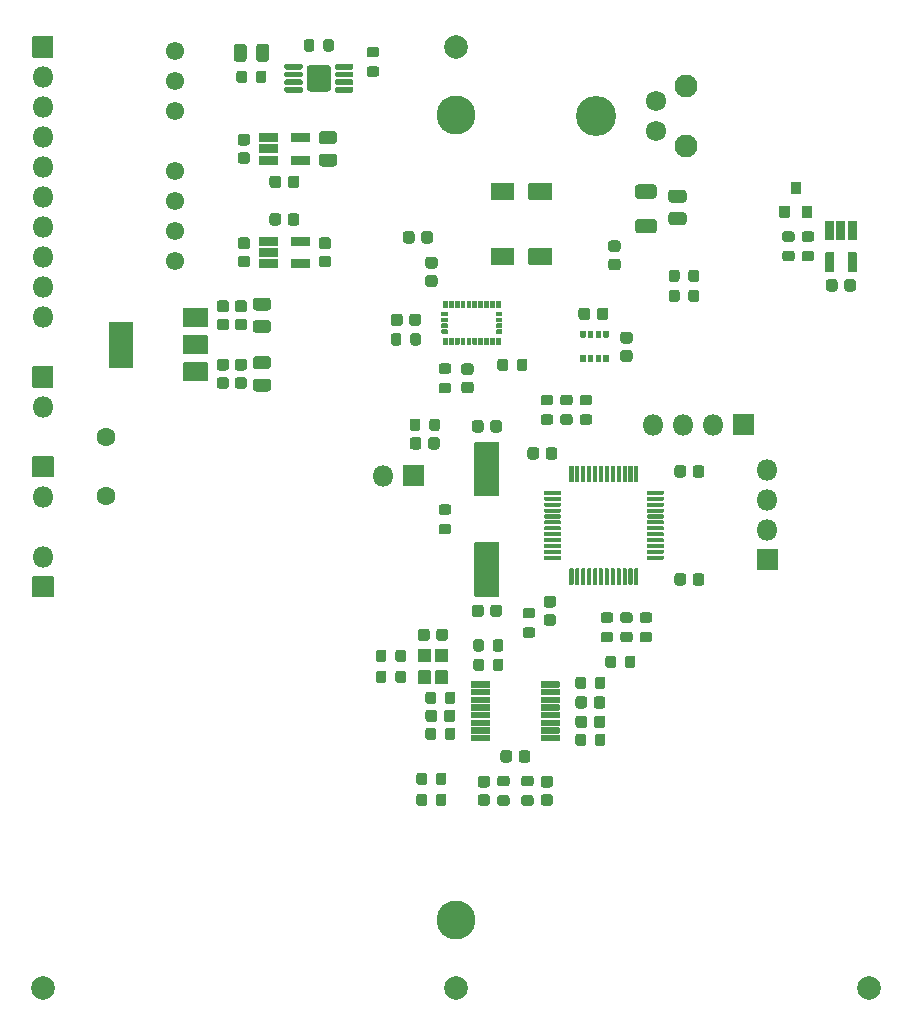
<source format=gbr>
G04 #@! TF.GenerationSoftware,KiCad,Pcbnew,(5.1.7)-1*
G04 #@! TF.CreationDate,2020-12-18T08:27:27-06:00*
G04 #@! TF.ProjectId,digital_pcb,64696769-7461-46c5-9f70-63622e6b6963,3.0*
G04 #@! TF.SameCoordinates,Original*
G04 #@! TF.FileFunction,Soldermask,Top*
G04 #@! TF.FilePolarity,Negative*
%FSLAX46Y46*%
G04 Gerber Fmt 4.6, Leading zero omitted, Abs format (unit mm)*
G04 Created by KiCad (PCBNEW (5.1.7)-1) date 2020-12-18 08:27:27*
%MOMM*%
%LPD*%
G01*
G04 APERTURE LIST*
%ADD10C,3.401600*%
%ADD11C,1.931600*%
%ADD12C,1.721600*%
%ADD13C,1.601600*%
%ADD14C,1.551600*%
%ADD15C,2.000000*%
%ADD16C,3.301600*%
%ADD17O,1.801600X1.801600*%
G04 APERTURE END LIST*
D10*
X165608000Y-62230000D03*
D11*
X173228000Y-64770000D03*
X173228000Y-59690000D03*
D12*
X170688000Y-60960000D03*
X170688000Y-63500000D03*
D13*
X124079000Y-89448000D03*
X124079000Y-94448000D03*
G36*
G01*
X182899000Y-68842800D02*
X182099000Y-68842800D01*
G75*
G02*
X182048200Y-68792000I0J50800D01*
G01*
X182048200Y-67892000D01*
G75*
G02*
X182099000Y-67841200I50800J0D01*
G01*
X182899000Y-67841200D01*
G75*
G02*
X182949800Y-67892000I0J-50800D01*
G01*
X182949800Y-68792000D01*
G75*
G02*
X182899000Y-68842800I-50800J0D01*
G01*
G37*
G36*
G01*
X183849000Y-70842800D02*
X183049000Y-70842800D01*
G75*
G02*
X182998200Y-70792000I0J50800D01*
G01*
X182998200Y-69892000D01*
G75*
G02*
X183049000Y-69841200I50800J0D01*
G01*
X183849000Y-69841200D01*
G75*
G02*
X183899800Y-69892000I0J-50800D01*
G01*
X183899800Y-70792000D01*
G75*
G02*
X183849000Y-70842800I-50800J0D01*
G01*
G37*
G36*
G01*
X181949000Y-70842800D02*
X181149000Y-70842800D01*
G75*
G02*
X181098200Y-70792000I0J50800D01*
G01*
X181098200Y-69892000D01*
G75*
G02*
X181149000Y-69841200I50800J0D01*
G01*
X181949000Y-69841200D01*
G75*
G02*
X181999800Y-69892000I0J-50800D01*
G01*
X181999800Y-70792000D01*
G75*
G02*
X181949000Y-70842800I-50800J0D01*
G01*
G37*
G36*
G01*
X163618000Y-93251800D02*
X163368000Y-93251800D01*
G75*
G02*
X163317200Y-93201000I0J50800D01*
G01*
X163317200Y-91901000D01*
G75*
G02*
X163368000Y-91850200I50800J0D01*
G01*
X163618000Y-91850200D01*
G75*
G02*
X163668800Y-91901000I0J-50800D01*
G01*
X163668800Y-93201000D01*
G75*
G02*
X163618000Y-93251800I-50800J0D01*
G01*
G37*
G36*
G01*
X164118000Y-93251800D02*
X163868000Y-93251800D01*
G75*
G02*
X163817200Y-93201000I0J50800D01*
G01*
X163817200Y-91901000D01*
G75*
G02*
X163868000Y-91850200I50800J0D01*
G01*
X164118000Y-91850200D01*
G75*
G02*
X164168800Y-91901000I0J-50800D01*
G01*
X164168800Y-93201000D01*
G75*
G02*
X164118000Y-93251800I-50800J0D01*
G01*
G37*
G36*
G01*
X164618000Y-93251800D02*
X164368000Y-93251800D01*
G75*
G02*
X164317200Y-93201000I0J50800D01*
G01*
X164317200Y-91901000D01*
G75*
G02*
X164368000Y-91850200I50800J0D01*
G01*
X164618000Y-91850200D01*
G75*
G02*
X164668800Y-91901000I0J-50800D01*
G01*
X164668800Y-93201000D01*
G75*
G02*
X164618000Y-93251800I-50800J0D01*
G01*
G37*
G36*
G01*
X165118000Y-93251800D02*
X164868000Y-93251800D01*
G75*
G02*
X164817200Y-93201000I0J50800D01*
G01*
X164817200Y-91901000D01*
G75*
G02*
X164868000Y-91850200I50800J0D01*
G01*
X165118000Y-91850200D01*
G75*
G02*
X165168800Y-91901000I0J-50800D01*
G01*
X165168800Y-93201000D01*
G75*
G02*
X165118000Y-93251800I-50800J0D01*
G01*
G37*
G36*
G01*
X165618000Y-93251800D02*
X165368000Y-93251800D01*
G75*
G02*
X165317200Y-93201000I0J50800D01*
G01*
X165317200Y-91901000D01*
G75*
G02*
X165368000Y-91850200I50800J0D01*
G01*
X165618000Y-91850200D01*
G75*
G02*
X165668800Y-91901000I0J-50800D01*
G01*
X165668800Y-93201000D01*
G75*
G02*
X165618000Y-93251800I-50800J0D01*
G01*
G37*
G36*
G01*
X166118000Y-93251800D02*
X165868000Y-93251800D01*
G75*
G02*
X165817200Y-93201000I0J50800D01*
G01*
X165817200Y-91901000D01*
G75*
G02*
X165868000Y-91850200I50800J0D01*
G01*
X166118000Y-91850200D01*
G75*
G02*
X166168800Y-91901000I0J-50800D01*
G01*
X166168800Y-93201000D01*
G75*
G02*
X166118000Y-93251800I-50800J0D01*
G01*
G37*
G36*
G01*
X166618000Y-93251800D02*
X166368000Y-93251800D01*
G75*
G02*
X166317200Y-93201000I0J50800D01*
G01*
X166317200Y-91901000D01*
G75*
G02*
X166368000Y-91850200I50800J0D01*
G01*
X166618000Y-91850200D01*
G75*
G02*
X166668800Y-91901000I0J-50800D01*
G01*
X166668800Y-93201000D01*
G75*
G02*
X166618000Y-93251800I-50800J0D01*
G01*
G37*
G36*
G01*
X167118000Y-93251800D02*
X166868000Y-93251800D01*
G75*
G02*
X166817200Y-93201000I0J50800D01*
G01*
X166817200Y-91901000D01*
G75*
G02*
X166868000Y-91850200I50800J0D01*
G01*
X167118000Y-91850200D01*
G75*
G02*
X167168800Y-91901000I0J-50800D01*
G01*
X167168800Y-93201000D01*
G75*
G02*
X167118000Y-93251800I-50800J0D01*
G01*
G37*
G36*
G01*
X167618000Y-93251800D02*
X167368000Y-93251800D01*
G75*
G02*
X167317200Y-93201000I0J50800D01*
G01*
X167317200Y-91901000D01*
G75*
G02*
X167368000Y-91850200I50800J0D01*
G01*
X167618000Y-91850200D01*
G75*
G02*
X167668800Y-91901000I0J-50800D01*
G01*
X167668800Y-93201000D01*
G75*
G02*
X167618000Y-93251800I-50800J0D01*
G01*
G37*
G36*
G01*
X168118000Y-93251800D02*
X167868000Y-93251800D01*
G75*
G02*
X167817200Y-93201000I0J50800D01*
G01*
X167817200Y-91901000D01*
G75*
G02*
X167868000Y-91850200I50800J0D01*
G01*
X168118000Y-91850200D01*
G75*
G02*
X168168800Y-91901000I0J-50800D01*
G01*
X168168800Y-93201000D01*
G75*
G02*
X168118000Y-93251800I-50800J0D01*
G01*
G37*
G36*
G01*
X168618000Y-93251800D02*
X168368000Y-93251800D01*
G75*
G02*
X168317200Y-93201000I0J50800D01*
G01*
X168317200Y-91901000D01*
G75*
G02*
X168368000Y-91850200I50800J0D01*
G01*
X168618000Y-91850200D01*
G75*
G02*
X168668800Y-91901000I0J-50800D01*
G01*
X168668800Y-93201000D01*
G75*
G02*
X168618000Y-93251800I-50800J0D01*
G01*
G37*
G36*
G01*
X169118000Y-93251800D02*
X168868000Y-93251800D01*
G75*
G02*
X168817200Y-93201000I0J50800D01*
G01*
X168817200Y-91901000D01*
G75*
G02*
X168868000Y-91850200I50800J0D01*
G01*
X169118000Y-91850200D01*
G75*
G02*
X169168800Y-91901000I0J-50800D01*
G01*
X169168800Y-93201000D01*
G75*
G02*
X169118000Y-93251800I-50800J0D01*
G01*
G37*
G36*
G01*
X169892200Y-94276000D02*
X169892200Y-94026000D01*
G75*
G02*
X169943000Y-93975200I50800J0D01*
G01*
X171243000Y-93975200D01*
G75*
G02*
X171293800Y-94026000I0J-50800D01*
G01*
X171293800Y-94276000D01*
G75*
G02*
X171243000Y-94326800I-50800J0D01*
G01*
X169943000Y-94326800D01*
G75*
G02*
X169892200Y-94276000I0J50800D01*
G01*
G37*
G36*
G01*
X169892200Y-94776000D02*
X169892200Y-94526000D01*
G75*
G02*
X169943000Y-94475200I50800J0D01*
G01*
X171243000Y-94475200D01*
G75*
G02*
X171293800Y-94526000I0J-50800D01*
G01*
X171293800Y-94776000D01*
G75*
G02*
X171243000Y-94826800I-50800J0D01*
G01*
X169943000Y-94826800D01*
G75*
G02*
X169892200Y-94776000I0J50800D01*
G01*
G37*
G36*
G01*
X169892200Y-95276000D02*
X169892200Y-95026000D01*
G75*
G02*
X169943000Y-94975200I50800J0D01*
G01*
X171243000Y-94975200D01*
G75*
G02*
X171293800Y-95026000I0J-50800D01*
G01*
X171293800Y-95276000D01*
G75*
G02*
X171243000Y-95326800I-50800J0D01*
G01*
X169943000Y-95326800D01*
G75*
G02*
X169892200Y-95276000I0J50800D01*
G01*
G37*
G36*
G01*
X169892200Y-95776000D02*
X169892200Y-95526000D01*
G75*
G02*
X169943000Y-95475200I50800J0D01*
G01*
X171243000Y-95475200D01*
G75*
G02*
X171293800Y-95526000I0J-50800D01*
G01*
X171293800Y-95776000D01*
G75*
G02*
X171243000Y-95826800I-50800J0D01*
G01*
X169943000Y-95826800D01*
G75*
G02*
X169892200Y-95776000I0J50800D01*
G01*
G37*
G36*
G01*
X169892200Y-96276000D02*
X169892200Y-96026000D01*
G75*
G02*
X169943000Y-95975200I50800J0D01*
G01*
X171243000Y-95975200D01*
G75*
G02*
X171293800Y-96026000I0J-50800D01*
G01*
X171293800Y-96276000D01*
G75*
G02*
X171243000Y-96326800I-50800J0D01*
G01*
X169943000Y-96326800D01*
G75*
G02*
X169892200Y-96276000I0J50800D01*
G01*
G37*
G36*
G01*
X169892200Y-96776000D02*
X169892200Y-96526000D01*
G75*
G02*
X169943000Y-96475200I50800J0D01*
G01*
X171243000Y-96475200D01*
G75*
G02*
X171293800Y-96526000I0J-50800D01*
G01*
X171293800Y-96776000D01*
G75*
G02*
X171243000Y-96826800I-50800J0D01*
G01*
X169943000Y-96826800D01*
G75*
G02*
X169892200Y-96776000I0J50800D01*
G01*
G37*
G36*
G01*
X169892200Y-97276000D02*
X169892200Y-97026000D01*
G75*
G02*
X169943000Y-96975200I50800J0D01*
G01*
X171243000Y-96975200D01*
G75*
G02*
X171293800Y-97026000I0J-50800D01*
G01*
X171293800Y-97276000D01*
G75*
G02*
X171243000Y-97326800I-50800J0D01*
G01*
X169943000Y-97326800D01*
G75*
G02*
X169892200Y-97276000I0J50800D01*
G01*
G37*
G36*
G01*
X169892200Y-97776000D02*
X169892200Y-97526000D01*
G75*
G02*
X169943000Y-97475200I50800J0D01*
G01*
X171243000Y-97475200D01*
G75*
G02*
X171293800Y-97526000I0J-50800D01*
G01*
X171293800Y-97776000D01*
G75*
G02*
X171243000Y-97826800I-50800J0D01*
G01*
X169943000Y-97826800D01*
G75*
G02*
X169892200Y-97776000I0J50800D01*
G01*
G37*
G36*
G01*
X169892200Y-98276000D02*
X169892200Y-98026000D01*
G75*
G02*
X169943000Y-97975200I50800J0D01*
G01*
X171243000Y-97975200D01*
G75*
G02*
X171293800Y-98026000I0J-50800D01*
G01*
X171293800Y-98276000D01*
G75*
G02*
X171243000Y-98326800I-50800J0D01*
G01*
X169943000Y-98326800D01*
G75*
G02*
X169892200Y-98276000I0J50800D01*
G01*
G37*
G36*
G01*
X169892200Y-98776000D02*
X169892200Y-98526000D01*
G75*
G02*
X169943000Y-98475200I50800J0D01*
G01*
X171243000Y-98475200D01*
G75*
G02*
X171293800Y-98526000I0J-50800D01*
G01*
X171293800Y-98776000D01*
G75*
G02*
X171243000Y-98826800I-50800J0D01*
G01*
X169943000Y-98826800D01*
G75*
G02*
X169892200Y-98776000I0J50800D01*
G01*
G37*
G36*
G01*
X169892200Y-99276000D02*
X169892200Y-99026000D01*
G75*
G02*
X169943000Y-98975200I50800J0D01*
G01*
X171243000Y-98975200D01*
G75*
G02*
X171293800Y-99026000I0J-50800D01*
G01*
X171293800Y-99276000D01*
G75*
G02*
X171243000Y-99326800I-50800J0D01*
G01*
X169943000Y-99326800D01*
G75*
G02*
X169892200Y-99276000I0J50800D01*
G01*
G37*
G36*
G01*
X169892200Y-99776000D02*
X169892200Y-99526000D01*
G75*
G02*
X169943000Y-99475200I50800J0D01*
G01*
X171243000Y-99475200D01*
G75*
G02*
X171293800Y-99526000I0J-50800D01*
G01*
X171293800Y-99776000D01*
G75*
G02*
X171243000Y-99826800I-50800J0D01*
G01*
X169943000Y-99826800D01*
G75*
G02*
X169892200Y-99776000I0J50800D01*
G01*
G37*
G36*
G01*
X169118000Y-101951800D02*
X168868000Y-101951800D01*
G75*
G02*
X168817200Y-101901000I0J50800D01*
G01*
X168817200Y-100601000D01*
G75*
G02*
X168868000Y-100550200I50800J0D01*
G01*
X169118000Y-100550200D01*
G75*
G02*
X169168800Y-100601000I0J-50800D01*
G01*
X169168800Y-101901000D01*
G75*
G02*
X169118000Y-101951800I-50800J0D01*
G01*
G37*
G36*
G01*
X168618000Y-101951800D02*
X168368000Y-101951800D01*
G75*
G02*
X168317200Y-101901000I0J50800D01*
G01*
X168317200Y-100601000D01*
G75*
G02*
X168368000Y-100550200I50800J0D01*
G01*
X168618000Y-100550200D01*
G75*
G02*
X168668800Y-100601000I0J-50800D01*
G01*
X168668800Y-101901000D01*
G75*
G02*
X168618000Y-101951800I-50800J0D01*
G01*
G37*
G36*
G01*
X168118000Y-101951800D02*
X167868000Y-101951800D01*
G75*
G02*
X167817200Y-101901000I0J50800D01*
G01*
X167817200Y-100601000D01*
G75*
G02*
X167868000Y-100550200I50800J0D01*
G01*
X168118000Y-100550200D01*
G75*
G02*
X168168800Y-100601000I0J-50800D01*
G01*
X168168800Y-101901000D01*
G75*
G02*
X168118000Y-101951800I-50800J0D01*
G01*
G37*
G36*
G01*
X167618000Y-101951800D02*
X167368000Y-101951800D01*
G75*
G02*
X167317200Y-101901000I0J50800D01*
G01*
X167317200Y-100601000D01*
G75*
G02*
X167368000Y-100550200I50800J0D01*
G01*
X167618000Y-100550200D01*
G75*
G02*
X167668800Y-100601000I0J-50800D01*
G01*
X167668800Y-101901000D01*
G75*
G02*
X167618000Y-101951800I-50800J0D01*
G01*
G37*
G36*
G01*
X167118000Y-101951800D02*
X166868000Y-101951800D01*
G75*
G02*
X166817200Y-101901000I0J50800D01*
G01*
X166817200Y-100601000D01*
G75*
G02*
X166868000Y-100550200I50800J0D01*
G01*
X167118000Y-100550200D01*
G75*
G02*
X167168800Y-100601000I0J-50800D01*
G01*
X167168800Y-101901000D01*
G75*
G02*
X167118000Y-101951800I-50800J0D01*
G01*
G37*
G36*
G01*
X166618000Y-101951800D02*
X166368000Y-101951800D01*
G75*
G02*
X166317200Y-101901000I0J50800D01*
G01*
X166317200Y-100601000D01*
G75*
G02*
X166368000Y-100550200I50800J0D01*
G01*
X166618000Y-100550200D01*
G75*
G02*
X166668800Y-100601000I0J-50800D01*
G01*
X166668800Y-101901000D01*
G75*
G02*
X166618000Y-101951800I-50800J0D01*
G01*
G37*
G36*
G01*
X166118000Y-101951800D02*
X165868000Y-101951800D01*
G75*
G02*
X165817200Y-101901000I0J50800D01*
G01*
X165817200Y-100601000D01*
G75*
G02*
X165868000Y-100550200I50800J0D01*
G01*
X166118000Y-100550200D01*
G75*
G02*
X166168800Y-100601000I0J-50800D01*
G01*
X166168800Y-101901000D01*
G75*
G02*
X166118000Y-101951800I-50800J0D01*
G01*
G37*
G36*
G01*
X165618000Y-101951800D02*
X165368000Y-101951800D01*
G75*
G02*
X165317200Y-101901000I0J50800D01*
G01*
X165317200Y-100601000D01*
G75*
G02*
X165368000Y-100550200I50800J0D01*
G01*
X165618000Y-100550200D01*
G75*
G02*
X165668800Y-100601000I0J-50800D01*
G01*
X165668800Y-101901000D01*
G75*
G02*
X165618000Y-101951800I-50800J0D01*
G01*
G37*
G36*
G01*
X165118000Y-101951800D02*
X164868000Y-101951800D01*
G75*
G02*
X164817200Y-101901000I0J50800D01*
G01*
X164817200Y-100601000D01*
G75*
G02*
X164868000Y-100550200I50800J0D01*
G01*
X165118000Y-100550200D01*
G75*
G02*
X165168800Y-100601000I0J-50800D01*
G01*
X165168800Y-101901000D01*
G75*
G02*
X165118000Y-101951800I-50800J0D01*
G01*
G37*
G36*
G01*
X164618000Y-101951800D02*
X164368000Y-101951800D01*
G75*
G02*
X164317200Y-101901000I0J50800D01*
G01*
X164317200Y-100601000D01*
G75*
G02*
X164368000Y-100550200I50800J0D01*
G01*
X164618000Y-100550200D01*
G75*
G02*
X164668800Y-100601000I0J-50800D01*
G01*
X164668800Y-101901000D01*
G75*
G02*
X164618000Y-101951800I-50800J0D01*
G01*
G37*
G36*
G01*
X164118000Y-101951800D02*
X163868000Y-101951800D01*
G75*
G02*
X163817200Y-101901000I0J50800D01*
G01*
X163817200Y-100601000D01*
G75*
G02*
X163868000Y-100550200I50800J0D01*
G01*
X164118000Y-100550200D01*
G75*
G02*
X164168800Y-100601000I0J-50800D01*
G01*
X164168800Y-101901000D01*
G75*
G02*
X164118000Y-101951800I-50800J0D01*
G01*
G37*
G36*
G01*
X163618000Y-101951800D02*
X163368000Y-101951800D01*
G75*
G02*
X163317200Y-101901000I0J50800D01*
G01*
X163317200Y-100601000D01*
G75*
G02*
X163368000Y-100550200I50800J0D01*
G01*
X163618000Y-100550200D01*
G75*
G02*
X163668800Y-100601000I0J-50800D01*
G01*
X163668800Y-101901000D01*
G75*
G02*
X163618000Y-101951800I-50800J0D01*
G01*
G37*
G36*
G01*
X161192200Y-99776000D02*
X161192200Y-99526000D01*
G75*
G02*
X161243000Y-99475200I50800J0D01*
G01*
X162543000Y-99475200D01*
G75*
G02*
X162593800Y-99526000I0J-50800D01*
G01*
X162593800Y-99776000D01*
G75*
G02*
X162543000Y-99826800I-50800J0D01*
G01*
X161243000Y-99826800D01*
G75*
G02*
X161192200Y-99776000I0J50800D01*
G01*
G37*
G36*
G01*
X161192200Y-99276000D02*
X161192200Y-99026000D01*
G75*
G02*
X161243000Y-98975200I50800J0D01*
G01*
X162543000Y-98975200D01*
G75*
G02*
X162593800Y-99026000I0J-50800D01*
G01*
X162593800Y-99276000D01*
G75*
G02*
X162543000Y-99326800I-50800J0D01*
G01*
X161243000Y-99326800D01*
G75*
G02*
X161192200Y-99276000I0J50800D01*
G01*
G37*
G36*
G01*
X161192200Y-98776000D02*
X161192200Y-98526000D01*
G75*
G02*
X161243000Y-98475200I50800J0D01*
G01*
X162543000Y-98475200D01*
G75*
G02*
X162593800Y-98526000I0J-50800D01*
G01*
X162593800Y-98776000D01*
G75*
G02*
X162543000Y-98826800I-50800J0D01*
G01*
X161243000Y-98826800D01*
G75*
G02*
X161192200Y-98776000I0J50800D01*
G01*
G37*
G36*
G01*
X161192200Y-98276000D02*
X161192200Y-98026000D01*
G75*
G02*
X161243000Y-97975200I50800J0D01*
G01*
X162543000Y-97975200D01*
G75*
G02*
X162593800Y-98026000I0J-50800D01*
G01*
X162593800Y-98276000D01*
G75*
G02*
X162543000Y-98326800I-50800J0D01*
G01*
X161243000Y-98326800D01*
G75*
G02*
X161192200Y-98276000I0J50800D01*
G01*
G37*
G36*
G01*
X161192200Y-97776000D02*
X161192200Y-97526000D01*
G75*
G02*
X161243000Y-97475200I50800J0D01*
G01*
X162543000Y-97475200D01*
G75*
G02*
X162593800Y-97526000I0J-50800D01*
G01*
X162593800Y-97776000D01*
G75*
G02*
X162543000Y-97826800I-50800J0D01*
G01*
X161243000Y-97826800D01*
G75*
G02*
X161192200Y-97776000I0J50800D01*
G01*
G37*
G36*
G01*
X161192200Y-97276000D02*
X161192200Y-97026000D01*
G75*
G02*
X161243000Y-96975200I50800J0D01*
G01*
X162543000Y-96975200D01*
G75*
G02*
X162593800Y-97026000I0J-50800D01*
G01*
X162593800Y-97276000D01*
G75*
G02*
X162543000Y-97326800I-50800J0D01*
G01*
X161243000Y-97326800D01*
G75*
G02*
X161192200Y-97276000I0J50800D01*
G01*
G37*
G36*
G01*
X161192200Y-96776000D02*
X161192200Y-96526000D01*
G75*
G02*
X161243000Y-96475200I50800J0D01*
G01*
X162543000Y-96475200D01*
G75*
G02*
X162593800Y-96526000I0J-50800D01*
G01*
X162593800Y-96776000D01*
G75*
G02*
X162543000Y-96826800I-50800J0D01*
G01*
X161243000Y-96826800D01*
G75*
G02*
X161192200Y-96776000I0J50800D01*
G01*
G37*
G36*
G01*
X161192200Y-96276000D02*
X161192200Y-96026000D01*
G75*
G02*
X161243000Y-95975200I50800J0D01*
G01*
X162543000Y-95975200D01*
G75*
G02*
X162593800Y-96026000I0J-50800D01*
G01*
X162593800Y-96276000D01*
G75*
G02*
X162543000Y-96326800I-50800J0D01*
G01*
X161243000Y-96326800D01*
G75*
G02*
X161192200Y-96276000I0J50800D01*
G01*
G37*
G36*
G01*
X161192200Y-95776000D02*
X161192200Y-95526000D01*
G75*
G02*
X161243000Y-95475200I50800J0D01*
G01*
X162543000Y-95475200D01*
G75*
G02*
X162593800Y-95526000I0J-50800D01*
G01*
X162593800Y-95776000D01*
G75*
G02*
X162543000Y-95826800I-50800J0D01*
G01*
X161243000Y-95826800D01*
G75*
G02*
X161192200Y-95776000I0J50800D01*
G01*
G37*
G36*
G01*
X161192200Y-95276000D02*
X161192200Y-95026000D01*
G75*
G02*
X161243000Y-94975200I50800J0D01*
G01*
X162543000Y-94975200D01*
G75*
G02*
X162593800Y-95026000I0J-50800D01*
G01*
X162593800Y-95276000D01*
G75*
G02*
X162543000Y-95326800I-50800J0D01*
G01*
X161243000Y-95326800D01*
G75*
G02*
X161192200Y-95276000I0J50800D01*
G01*
G37*
G36*
G01*
X161192200Y-94776000D02*
X161192200Y-94526000D01*
G75*
G02*
X161243000Y-94475200I50800J0D01*
G01*
X162543000Y-94475200D01*
G75*
G02*
X162593800Y-94526000I0J-50800D01*
G01*
X162593800Y-94776000D01*
G75*
G02*
X162543000Y-94826800I-50800J0D01*
G01*
X161243000Y-94826800D01*
G75*
G02*
X161192200Y-94776000I0J50800D01*
G01*
G37*
G36*
G01*
X161192200Y-94276000D02*
X161192200Y-94026000D01*
G75*
G02*
X161243000Y-93975200I50800J0D01*
G01*
X162543000Y-93975200D01*
G75*
G02*
X162593800Y-94026000I0J-50800D01*
G01*
X162593800Y-94276000D01*
G75*
G02*
X162543000Y-94326800I-50800J0D01*
G01*
X161243000Y-94326800D01*
G75*
G02*
X161192200Y-94276000I0J50800D01*
G01*
G37*
G36*
G01*
X153116200Y-78456000D02*
X153116200Y-77931000D01*
G75*
G02*
X153167000Y-77880200I50800J0D01*
G01*
X153467000Y-77880200D01*
G75*
G02*
X153517800Y-77931000I0J-50800D01*
G01*
X153517800Y-78456000D01*
G75*
G02*
X153467000Y-78506800I-50800J0D01*
G01*
X153167000Y-78506800D01*
G75*
G02*
X153116200Y-78456000I0J50800D01*
G01*
G37*
G36*
G01*
X153616200Y-78456000D02*
X153616200Y-77931000D01*
G75*
G02*
X153667000Y-77880200I50800J0D01*
G01*
X153967000Y-77880200D01*
G75*
G02*
X154017800Y-77931000I0J-50800D01*
G01*
X154017800Y-78456000D01*
G75*
G02*
X153967000Y-78506800I-50800J0D01*
G01*
X153667000Y-78506800D01*
G75*
G02*
X153616200Y-78456000I0J50800D01*
G01*
G37*
G36*
G01*
X154116200Y-78456000D02*
X154116200Y-77931000D01*
G75*
G02*
X154167000Y-77880200I50800J0D01*
G01*
X154467000Y-77880200D01*
G75*
G02*
X154517800Y-77931000I0J-50800D01*
G01*
X154517800Y-78456000D01*
G75*
G02*
X154467000Y-78506800I-50800J0D01*
G01*
X154167000Y-78506800D01*
G75*
G02*
X154116200Y-78456000I0J50800D01*
G01*
G37*
G36*
G01*
X154616200Y-78456000D02*
X154616200Y-77931000D01*
G75*
G02*
X154667000Y-77880200I50800J0D01*
G01*
X154967000Y-77880200D01*
G75*
G02*
X155017800Y-77931000I0J-50800D01*
G01*
X155017800Y-78456000D01*
G75*
G02*
X154967000Y-78506800I-50800J0D01*
G01*
X154667000Y-78506800D01*
G75*
G02*
X154616200Y-78456000I0J50800D01*
G01*
G37*
G36*
G01*
X155116200Y-78456000D02*
X155116200Y-77931000D01*
G75*
G02*
X155167000Y-77880200I50800J0D01*
G01*
X155467000Y-77880200D01*
G75*
G02*
X155517800Y-77931000I0J-50800D01*
G01*
X155517800Y-78456000D01*
G75*
G02*
X155467000Y-78506800I-50800J0D01*
G01*
X155167000Y-78506800D01*
G75*
G02*
X155116200Y-78456000I0J50800D01*
G01*
G37*
G36*
G01*
X155616200Y-78456000D02*
X155616200Y-77931000D01*
G75*
G02*
X155667000Y-77880200I50800J0D01*
G01*
X155967000Y-77880200D01*
G75*
G02*
X156017800Y-77931000I0J-50800D01*
G01*
X156017800Y-78456000D01*
G75*
G02*
X155967000Y-78506800I-50800J0D01*
G01*
X155667000Y-78506800D01*
G75*
G02*
X155616200Y-78456000I0J50800D01*
G01*
G37*
G36*
G01*
X156116200Y-78456000D02*
X156116200Y-77931000D01*
G75*
G02*
X156167000Y-77880200I50800J0D01*
G01*
X156467000Y-77880200D01*
G75*
G02*
X156517800Y-77931000I0J-50800D01*
G01*
X156517800Y-78456000D01*
G75*
G02*
X156467000Y-78506800I-50800J0D01*
G01*
X156167000Y-78506800D01*
G75*
G02*
X156116200Y-78456000I0J50800D01*
G01*
G37*
G36*
G01*
X156616200Y-78456000D02*
X156616200Y-77931000D01*
G75*
G02*
X156667000Y-77880200I50800J0D01*
G01*
X156967000Y-77880200D01*
G75*
G02*
X157017800Y-77931000I0J-50800D01*
G01*
X157017800Y-78456000D01*
G75*
G02*
X156967000Y-78506800I-50800J0D01*
G01*
X156667000Y-78506800D01*
G75*
G02*
X156616200Y-78456000I0J50800D01*
G01*
G37*
G36*
G01*
X157116200Y-78456000D02*
X157116200Y-77931000D01*
G75*
G02*
X157167000Y-77880200I50800J0D01*
G01*
X157467000Y-77880200D01*
G75*
G02*
X157517800Y-77931000I0J-50800D01*
G01*
X157517800Y-78456000D01*
G75*
G02*
X157467000Y-78506800I-50800J0D01*
G01*
X157167000Y-78506800D01*
G75*
G02*
X157116200Y-78456000I0J50800D01*
G01*
G37*
G36*
G01*
X157116200Y-79156000D02*
X157116200Y-78856000D01*
G75*
G02*
X157167000Y-78805200I50800J0D01*
G01*
X157592000Y-78805200D01*
G75*
G02*
X157642800Y-78856000I0J-50800D01*
G01*
X157642800Y-79156000D01*
G75*
G02*
X157592000Y-79206800I-50800J0D01*
G01*
X157167000Y-79206800D01*
G75*
G02*
X157116200Y-79156000I0J50800D01*
G01*
G37*
G36*
G01*
X157116200Y-79656000D02*
X157116200Y-79356000D01*
G75*
G02*
X157167000Y-79305200I50800J0D01*
G01*
X157592000Y-79305200D01*
G75*
G02*
X157642800Y-79356000I0J-50800D01*
G01*
X157642800Y-79656000D01*
G75*
G02*
X157592000Y-79706800I-50800J0D01*
G01*
X157167000Y-79706800D01*
G75*
G02*
X157116200Y-79656000I0J50800D01*
G01*
G37*
G36*
G01*
X157116200Y-80156000D02*
X157116200Y-79856000D01*
G75*
G02*
X157167000Y-79805200I50800J0D01*
G01*
X157592000Y-79805200D01*
G75*
G02*
X157642800Y-79856000I0J-50800D01*
G01*
X157642800Y-80156000D01*
G75*
G02*
X157592000Y-80206800I-50800J0D01*
G01*
X157167000Y-80206800D01*
G75*
G02*
X157116200Y-80156000I0J50800D01*
G01*
G37*
G36*
G01*
X157116200Y-80656000D02*
X157116200Y-80356000D01*
G75*
G02*
X157167000Y-80305200I50800J0D01*
G01*
X157592000Y-80305200D01*
G75*
G02*
X157642800Y-80356000I0J-50800D01*
G01*
X157642800Y-80656000D01*
G75*
G02*
X157592000Y-80706800I-50800J0D01*
G01*
X157167000Y-80706800D01*
G75*
G02*
X157116200Y-80656000I0J50800D01*
G01*
G37*
G36*
G01*
X157116200Y-81581000D02*
X157116200Y-81056000D01*
G75*
G02*
X157167000Y-81005200I50800J0D01*
G01*
X157467000Y-81005200D01*
G75*
G02*
X157517800Y-81056000I0J-50800D01*
G01*
X157517800Y-81581000D01*
G75*
G02*
X157467000Y-81631800I-50800J0D01*
G01*
X157167000Y-81631800D01*
G75*
G02*
X157116200Y-81581000I0J50800D01*
G01*
G37*
G36*
G01*
X156616200Y-81581000D02*
X156616200Y-81056000D01*
G75*
G02*
X156667000Y-81005200I50800J0D01*
G01*
X156967000Y-81005200D01*
G75*
G02*
X157017800Y-81056000I0J-50800D01*
G01*
X157017800Y-81581000D01*
G75*
G02*
X156967000Y-81631800I-50800J0D01*
G01*
X156667000Y-81631800D01*
G75*
G02*
X156616200Y-81581000I0J50800D01*
G01*
G37*
G36*
G01*
X156116200Y-81581000D02*
X156116200Y-81056000D01*
G75*
G02*
X156167000Y-81005200I50800J0D01*
G01*
X156467000Y-81005200D01*
G75*
G02*
X156517800Y-81056000I0J-50800D01*
G01*
X156517800Y-81581000D01*
G75*
G02*
X156467000Y-81631800I-50800J0D01*
G01*
X156167000Y-81631800D01*
G75*
G02*
X156116200Y-81581000I0J50800D01*
G01*
G37*
G36*
G01*
X155616200Y-81581000D02*
X155616200Y-81056000D01*
G75*
G02*
X155667000Y-81005200I50800J0D01*
G01*
X155967000Y-81005200D01*
G75*
G02*
X156017800Y-81056000I0J-50800D01*
G01*
X156017800Y-81581000D01*
G75*
G02*
X155967000Y-81631800I-50800J0D01*
G01*
X155667000Y-81631800D01*
G75*
G02*
X155616200Y-81581000I0J50800D01*
G01*
G37*
G36*
G01*
X155116200Y-81581000D02*
X155116200Y-81056000D01*
G75*
G02*
X155167000Y-81005200I50800J0D01*
G01*
X155467000Y-81005200D01*
G75*
G02*
X155517800Y-81056000I0J-50800D01*
G01*
X155517800Y-81581000D01*
G75*
G02*
X155467000Y-81631800I-50800J0D01*
G01*
X155167000Y-81631800D01*
G75*
G02*
X155116200Y-81581000I0J50800D01*
G01*
G37*
G36*
G01*
X154616200Y-81581000D02*
X154616200Y-81056000D01*
G75*
G02*
X154667000Y-81005200I50800J0D01*
G01*
X154967000Y-81005200D01*
G75*
G02*
X155017800Y-81056000I0J-50800D01*
G01*
X155017800Y-81581000D01*
G75*
G02*
X154967000Y-81631800I-50800J0D01*
G01*
X154667000Y-81631800D01*
G75*
G02*
X154616200Y-81581000I0J50800D01*
G01*
G37*
G36*
G01*
X154116200Y-81581000D02*
X154116200Y-81056000D01*
G75*
G02*
X154167000Y-81005200I50800J0D01*
G01*
X154467000Y-81005200D01*
G75*
G02*
X154517800Y-81056000I0J-50800D01*
G01*
X154517800Y-81581000D01*
G75*
G02*
X154467000Y-81631800I-50800J0D01*
G01*
X154167000Y-81631800D01*
G75*
G02*
X154116200Y-81581000I0J50800D01*
G01*
G37*
G36*
G01*
X153616200Y-81581000D02*
X153616200Y-81056000D01*
G75*
G02*
X153667000Y-81005200I50800J0D01*
G01*
X153967000Y-81005200D01*
G75*
G02*
X154017800Y-81056000I0J-50800D01*
G01*
X154017800Y-81581000D01*
G75*
G02*
X153967000Y-81631800I-50800J0D01*
G01*
X153667000Y-81631800D01*
G75*
G02*
X153616200Y-81581000I0J50800D01*
G01*
G37*
G36*
G01*
X153116200Y-81581000D02*
X153116200Y-81056000D01*
G75*
G02*
X153167000Y-81005200I50800J0D01*
G01*
X153467000Y-81005200D01*
G75*
G02*
X153517800Y-81056000I0J-50800D01*
G01*
X153517800Y-81581000D01*
G75*
G02*
X153467000Y-81631800I-50800J0D01*
G01*
X153167000Y-81631800D01*
G75*
G02*
X153116200Y-81581000I0J50800D01*
G01*
G37*
G36*
G01*
X152616200Y-81581000D02*
X152616200Y-81056000D01*
G75*
G02*
X152667000Y-81005200I50800J0D01*
G01*
X152967000Y-81005200D01*
G75*
G02*
X153017800Y-81056000I0J-50800D01*
G01*
X153017800Y-81581000D01*
G75*
G02*
X152967000Y-81631800I-50800J0D01*
G01*
X152667000Y-81631800D01*
G75*
G02*
X152616200Y-81581000I0J50800D01*
G01*
G37*
G36*
G01*
X152491200Y-80656000D02*
X152491200Y-80356000D01*
G75*
G02*
X152542000Y-80305200I50800J0D01*
G01*
X152967000Y-80305200D01*
G75*
G02*
X153017800Y-80356000I0J-50800D01*
G01*
X153017800Y-80656000D01*
G75*
G02*
X152967000Y-80706800I-50800J0D01*
G01*
X152542000Y-80706800D01*
G75*
G02*
X152491200Y-80656000I0J50800D01*
G01*
G37*
G36*
G01*
X152491200Y-80156000D02*
X152491200Y-79856000D01*
G75*
G02*
X152542000Y-79805200I50800J0D01*
G01*
X152967000Y-79805200D01*
G75*
G02*
X153017800Y-79856000I0J-50800D01*
G01*
X153017800Y-80156000D01*
G75*
G02*
X152967000Y-80206800I-50800J0D01*
G01*
X152542000Y-80206800D01*
G75*
G02*
X152491200Y-80156000I0J50800D01*
G01*
G37*
G36*
G01*
X152491200Y-79656000D02*
X152491200Y-79356000D01*
G75*
G02*
X152542000Y-79305200I50800J0D01*
G01*
X152967000Y-79305200D01*
G75*
G02*
X153017800Y-79356000I0J-50800D01*
G01*
X153017800Y-79656000D01*
G75*
G02*
X152967000Y-79706800I-50800J0D01*
G01*
X152542000Y-79706800D01*
G75*
G02*
X152491200Y-79656000I0J50800D01*
G01*
G37*
G36*
G01*
X152491200Y-79156000D02*
X152491200Y-78856000D01*
G75*
G02*
X152542000Y-78805200I50800J0D01*
G01*
X152967000Y-78805200D01*
G75*
G02*
X153017800Y-78856000I0J-50800D01*
G01*
X153017800Y-79156000D01*
G75*
G02*
X152967000Y-79206800I-50800J0D01*
G01*
X152542000Y-79206800D01*
G75*
G02*
X152491200Y-79156000I0J50800D01*
G01*
G37*
G36*
G01*
X152616200Y-78456000D02*
X152616200Y-77931000D01*
G75*
G02*
X152667000Y-77880200I50800J0D01*
G01*
X152967000Y-77880200D01*
G75*
G02*
X153017800Y-77931000I0J-50800D01*
G01*
X153017800Y-78456000D01*
G75*
G02*
X152967000Y-78506800I-50800J0D01*
G01*
X152667000Y-78506800D01*
G75*
G02*
X152616200Y-78456000I0J50800D01*
G01*
G37*
G36*
G01*
X160899200Y-110599000D02*
X160899200Y-110149000D01*
G75*
G02*
X160950000Y-110098200I50800J0D01*
G01*
X162450000Y-110098200D01*
G75*
G02*
X162500800Y-110149000I0J-50800D01*
G01*
X162500800Y-110599000D01*
G75*
G02*
X162450000Y-110649800I-50800J0D01*
G01*
X160950000Y-110649800D01*
G75*
G02*
X160899200Y-110599000I0J50800D01*
G01*
G37*
G36*
G01*
X160899200Y-111249000D02*
X160899200Y-110799000D01*
G75*
G02*
X160950000Y-110748200I50800J0D01*
G01*
X162450000Y-110748200D01*
G75*
G02*
X162500800Y-110799000I0J-50800D01*
G01*
X162500800Y-111249000D01*
G75*
G02*
X162450000Y-111299800I-50800J0D01*
G01*
X160950000Y-111299800D01*
G75*
G02*
X160899200Y-111249000I0J50800D01*
G01*
G37*
G36*
G01*
X160899200Y-111899000D02*
X160899200Y-111449000D01*
G75*
G02*
X160950000Y-111398200I50800J0D01*
G01*
X162450000Y-111398200D01*
G75*
G02*
X162500800Y-111449000I0J-50800D01*
G01*
X162500800Y-111899000D01*
G75*
G02*
X162450000Y-111949800I-50800J0D01*
G01*
X160950000Y-111949800D01*
G75*
G02*
X160899200Y-111899000I0J50800D01*
G01*
G37*
G36*
G01*
X160899200Y-112549000D02*
X160899200Y-112099000D01*
G75*
G02*
X160950000Y-112048200I50800J0D01*
G01*
X162450000Y-112048200D01*
G75*
G02*
X162500800Y-112099000I0J-50800D01*
G01*
X162500800Y-112549000D01*
G75*
G02*
X162450000Y-112599800I-50800J0D01*
G01*
X160950000Y-112599800D01*
G75*
G02*
X160899200Y-112549000I0J50800D01*
G01*
G37*
G36*
G01*
X160899200Y-113199000D02*
X160899200Y-112749000D01*
G75*
G02*
X160950000Y-112698200I50800J0D01*
G01*
X162450000Y-112698200D01*
G75*
G02*
X162500800Y-112749000I0J-50800D01*
G01*
X162500800Y-113199000D01*
G75*
G02*
X162450000Y-113249800I-50800J0D01*
G01*
X160950000Y-113249800D01*
G75*
G02*
X160899200Y-113199000I0J50800D01*
G01*
G37*
G36*
G01*
X160899200Y-113849000D02*
X160899200Y-113399000D01*
G75*
G02*
X160950000Y-113348200I50800J0D01*
G01*
X162450000Y-113348200D01*
G75*
G02*
X162500800Y-113399000I0J-50800D01*
G01*
X162500800Y-113849000D01*
G75*
G02*
X162450000Y-113899800I-50800J0D01*
G01*
X160950000Y-113899800D01*
G75*
G02*
X160899200Y-113849000I0J50800D01*
G01*
G37*
G36*
G01*
X160899200Y-114499000D02*
X160899200Y-114049000D01*
G75*
G02*
X160950000Y-113998200I50800J0D01*
G01*
X162450000Y-113998200D01*
G75*
G02*
X162500800Y-114049000I0J-50800D01*
G01*
X162500800Y-114499000D01*
G75*
G02*
X162450000Y-114549800I-50800J0D01*
G01*
X160950000Y-114549800D01*
G75*
G02*
X160899200Y-114499000I0J50800D01*
G01*
G37*
G36*
G01*
X160899200Y-115149000D02*
X160899200Y-114699000D01*
G75*
G02*
X160950000Y-114648200I50800J0D01*
G01*
X162450000Y-114648200D01*
G75*
G02*
X162500800Y-114699000I0J-50800D01*
G01*
X162500800Y-115149000D01*
G75*
G02*
X162450000Y-115199800I-50800J0D01*
G01*
X160950000Y-115199800D01*
G75*
G02*
X160899200Y-115149000I0J50800D01*
G01*
G37*
G36*
G01*
X154999200Y-115149000D02*
X154999200Y-114699000D01*
G75*
G02*
X155050000Y-114648200I50800J0D01*
G01*
X156550000Y-114648200D01*
G75*
G02*
X156600800Y-114699000I0J-50800D01*
G01*
X156600800Y-115149000D01*
G75*
G02*
X156550000Y-115199800I-50800J0D01*
G01*
X155050000Y-115199800D01*
G75*
G02*
X154999200Y-115149000I0J50800D01*
G01*
G37*
G36*
G01*
X154999200Y-114499000D02*
X154999200Y-114049000D01*
G75*
G02*
X155050000Y-113998200I50800J0D01*
G01*
X156550000Y-113998200D01*
G75*
G02*
X156600800Y-114049000I0J-50800D01*
G01*
X156600800Y-114499000D01*
G75*
G02*
X156550000Y-114549800I-50800J0D01*
G01*
X155050000Y-114549800D01*
G75*
G02*
X154999200Y-114499000I0J50800D01*
G01*
G37*
G36*
G01*
X154999200Y-113849000D02*
X154999200Y-113399000D01*
G75*
G02*
X155050000Y-113348200I50800J0D01*
G01*
X156550000Y-113348200D01*
G75*
G02*
X156600800Y-113399000I0J-50800D01*
G01*
X156600800Y-113849000D01*
G75*
G02*
X156550000Y-113899800I-50800J0D01*
G01*
X155050000Y-113899800D01*
G75*
G02*
X154999200Y-113849000I0J50800D01*
G01*
G37*
G36*
G01*
X154999200Y-113199000D02*
X154999200Y-112749000D01*
G75*
G02*
X155050000Y-112698200I50800J0D01*
G01*
X156550000Y-112698200D01*
G75*
G02*
X156600800Y-112749000I0J-50800D01*
G01*
X156600800Y-113199000D01*
G75*
G02*
X156550000Y-113249800I-50800J0D01*
G01*
X155050000Y-113249800D01*
G75*
G02*
X154999200Y-113199000I0J50800D01*
G01*
G37*
G36*
G01*
X154999200Y-112549000D02*
X154999200Y-112099000D01*
G75*
G02*
X155050000Y-112048200I50800J0D01*
G01*
X156550000Y-112048200D01*
G75*
G02*
X156600800Y-112099000I0J-50800D01*
G01*
X156600800Y-112549000D01*
G75*
G02*
X156550000Y-112599800I-50800J0D01*
G01*
X155050000Y-112599800D01*
G75*
G02*
X154999200Y-112549000I0J50800D01*
G01*
G37*
G36*
G01*
X154999200Y-111899000D02*
X154999200Y-111449000D01*
G75*
G02*
X155050000Y-111398200I50800J0D01*
G01*
X156550000Y-111398200D01*
G75*
G02*
X156600800Y-111449000I0J-50800D01*
G01*
X156600800Y-111899000D01*
G75*
G02*
X156550000Y-111949800I-50800J0D01*
G01*
X155050000Y-111949800D01*
G75*
G02*
X154999200Y-111899000I0J50800D01*
G01*
G37*
G36*
G01*
X154999200Y-111249000D02*
X154999200Y-110799000D01*
G75*
G02*
X155050000Y-110748200I50800J0D01*
G01*
X156550000Y-110748200D01*
G75*
G02*
X156600800Y-110799000I0J-50800D01*
G01*
X156600800Y-111249000D01*
G75*
G02*
X156550000Y-111299800I-50800J0D01*
G01*
X155050000Y-111299800D01*
G75*
G02*
X154999200Y-111249000I0J50800D01*
G01*
G37*
G36*
G01*
X154999200Y-110599000D02*
X154999200Y-110149000D01*
G75*
G02*
X155050000Y-110098200I50800J0D01*
G01*
X156550000Y-110098200D01*
G75*
G02*
X156600800Y-110149000I0J-50800D01*
G01*
X156600800Y-110599000D01*
G75*
G02*
X156550000Y-110649800I-50800J0D01*
G01*
X155050000Y-110649800D01*
G75*
G02*
X154999200Y-110599000I0J50800D01*
G01*
G37*
G36*
G01*
X150565000Y-107338200D02*
X151515000Y-107338200D01*
G75*
G02*
X151565800Y-107389000I0J-50800D01*
G01*
X151565800Y-108439000D01*
G75*
G02*
X151515000Y-108489800I-50800J0D01*
G01*
X150565000Y-108489800D01*
G75*
G02*
X150514200Y-108439000I0J50800D01*
G01*
X150514200Y-107389000D01*
G75*
G02*
X150565000Y-107338200I50800J0D01*
G01*
G37*
G36*
G01*
X150565000Y-109188200D02*
X151515000Y-109188200D01*
G75*
G02*
X151565800Y-109239000I0J-50800D01*
G01*
X151565800Y-110289000D01*
G75*
G02*
X151515000Y-110339800I-50800J0D01*
G01*
X150565000Y-110339800D01*
G75*
G02*
X150514200Y-110289000I0J50800D01*
G01*
X150514200Y-109239000D01*
G75*
G02*
X150565000Y-109188200I50800J0D01*
G01*
G37*
G36*
G01*
X152015000Y-109188200D02*
X152965000Y-109188200D01*
G75*
G02*
X153015800Y-109239000I0J-50800D01*
G01*
X153015800Y-110289000D01*
G75*
G02*
X152965000Y-110339800I-50800J0D01*
G01*
X152015000Y-110339800D01*
G75*
G02*
X151964200Y-110289000I0J50800D01*
G01*
X151964200Y-109239000D01*
G75*
G02*
X152015000Y-109188200I50800J0D01*
G01*
G37*
G36*
G01*
X152015000Y-107338200D02*
X152965000Y-107338200D01*
G75*
G02*
X153015800Y-107389000I0J-50800D01*
G01*
X153015800Y-108439000D01*
G75*
G02*
X152965000Y-108489800I-50800J0D01*
G01*
X152015000Y-108489800D01*
G75*
G02*
X151964200Y-108439000I0J50800D01*
G01*
X151964200Y-107389000D01*
G75*
G02*
X152015000Y-107338200I50800J0D01*
G01*
G37*
G36*
G01*
X186934000Y-71098200D02*
X187584000Y-71098200D01*
G75*
G02*
X187634800Y-71149000I0J-50800D01*
G01*
X187634800Y-72709000D01*
G75*
G02*
X187584000Y-72759800I-50800J0D01*
G01*
X186934000Y-72759800D01*
G75*
G02*
X186883200Y-72709000I0J50800D01*
G01*
X186883200Y-71149000D01*
G75*
G02*
X186934000Y-71098200I50800J0D01*
G01*
G37*
G36*
G01*
X185984000Y-71098200D02*
X186634000Y-71098200D01*
G75*
G02*
X186684800Y-71149000I0J-50800D01*
G01*
X186684800Y-72709000D01*
G75*
G02*
X186634000Y-72759800I-50800J0D01*
G01*
X185984000Y-72759800D01*
G75*
G02*
X185933200Y-72709000I0J50800D01*
G01*
X185933200Y-71149000D01*
G75*
G02*
X185984000Y-71098200I50800J0D01*
G01*
G37*
G36*
G01*
X185034000Y-71098200D02*
X185684000Y-71098200D01*
G75*
G02*
X185734800Y-71149000I0J-50800D01*
G01*
X185734800Y-72709000D01*
G75*
G02*
X185684000Y-72759800I-50800J0D01*
G01*
X185034000Y-72759800D01*
G75*
G02*
X184983200Y-72709000I0J50800D01*
G01*
X184983200Y-71149000D01*
G75*
G02*
X185034000Y-71098200I50800J0D01*
G01*
G37*
G36*
G01*
X185034000Y-73798200D02*
X185684000Y-73798200D01*
G75*
G02*
X185734800Y-73849000I0J-50800D01*
G01*
X185734800Y-75409000D01*
G75*
G02*
X185684000Y-75459800I-50800J0D01*
G01*
X185034000Y-75459800D01*
G75*
G02*
X184983200Y-75409000I0J50800D01*
G01*
X184983200Y-73849000D01*
G75*
G02*
X185034000Y-73798200I50800J0D01*
G01*
G37*
G36*
G01*
X186934000Y-73798200D02*
X187584000Y-73798200D01*
G75*
G02*
X187634800Y-73849000I0J-50800D01*
G01*
X187634800Y-75409000D01*
G75*
G02*
X187584000Y-75459800I-50800J0D01*
G01*
X186934000Y-75459800D01*
G75*
G02*
X186883200Y-75409000I0J50800D01*
G01*
X186883200Y-73849000D01*
G75*
G02*
X186934000Y-73798200I50800J0D01*
G01*
G37*
G36*
G01*
X132713800Y-83161000D02*
X132713800Y-84661000D01*
G75*
G02*
X132663000Y-84711800I-50800J0D01*
G01*
X130663000Y-84711800D01*
G75*
G02*
X130612200Y-84661000I0J50800D01*
G01*
X130612200Y-83161000D01*
G75*
G02*
X130663000Y-83110200I50800J0D01*
G01*
X132663000Y-83110200D01*
G75*
G02*
X132713800Y-83161000I0J-50800D01*
G01*
G37*
G36*
G01*
X132713800Y-78561000D02*
X132713800Y-80061000D01*
G75*
G02*
X132663000Y-80111800I-50800J0D01*
G01*
X130663000Y-80111800D01*
G75*
G02*
X130612200Y-80061000I0J50800D01*
G01*
X130612200Y-78561000D01*
G75*
G02*
X130663000Y-78510200I50800J0D01*
G01*
X132663000Y-78510200D01*
G75*
G02*
X132713800Y-78561000I0J-50800D01*
G01*
G37*
G36*
G01*
X132713800Y-80861000D02*
X132713800Y-82361000D01*
G75*
G02*
X132663000Y-82411800I-50800J0D01*
G01*
X130663000Y-82411800D01*
G75*
G02*
X130612200Y-82361000I0J50800D01*
G01*
X130612200Y-80861000D01*
G75*
G02*
X130663000Y-80810200I50800J0D01*
G01*
X132663000Y-80810200D01*
G75*
G02*
X132713800Y-80861000I0J-50800D01*
G01*
G37*
G36*
G01*
X126413800Y-79711000D02*
X126413800Y-83511000D01*
G75*
G02*
X126363000Y-83561800I-50800J0D01*
G01*
X124363000Y-83561800D01*
G75*
G02*
X124312200Y-83511000I0J50800D01*
G01*
X124312200Y-79711000D01*
G75*
G02*
X124363000Y-79660200I50800J0D01*
G01*
X126363000Y-79660200D01*
G75*
G02*
X126413800Y-79711000I0J-50800D01*
G01*
G37*
D14*
X129921000Y-56769000D03*
X129921000Y-59309000D03*
X129921000Y-61849000D03*
X129921000Y-66929000D03*
X129921000Y-69469000D03*
X129921000Y-72009000D03*
X129921000Y-74549000D03*
G36*
G01*
X139711200Y-64399000D02*
X139711200Y-63749000D01*
G75*
G02*
X139762000Y-63698200I50800J0D01*
G01*
X141322000Y-63698200D01*
G75*
G02*
X141372800Y-63749000I0J-50800D01*
G01*
X141372800Y-64399000D01*
G75*
G02*
X141322000Y-64449800I-50800J0D01*
G01*
X139762000Y-64449800D01*
G75*
G02*
X139711200Y-64399000I0J50800D01*
G01*
G37*
G36*
G01*
X139711200Y-66299000D02*
X139711200Y-65649000D01*
G75*
G02*
X139762000Y-65598200I50800J0D01*
G01*
X141322000Y-65598200D01*
G75*
G02*
X141372800Y-65649000I0J-50800D01*
G01*
X141372800Y-66299000D01*
G75*
G02*
X141322000Y-66349800I-50800J0D01*
G01*
X139762000Y-66349800D01*
G75*
G02*
X139711200Y-66299000I0J50800D01*
G01*
G37*
G36*
G01*
X137011200Y-66299000D02*
X137011200Y-65649000D01*
G75*
G02*
X137062000Y-65598200I50800J0D01*
G01*
X138622000Y-65598200D01*
G75*
G02*
X138672800Y-65649000I0J-50800D01*
G01*
X138672800Y-66299000D01*
G75*
G02*
X138622000Y-66349800I-50800J0D01*
G01*
X137062000Y-66349800D01*
G75*
G02*
X137011200Y-66299000I0J50800D01*
G01*
G37*
G36*
G01*
X137011200Y-65349000D02*
X137011200Y-64699000D01*
G75*
G02*
X137062000Y-64648200I50800J0D01*
G01*
X138622000Y-64648200D01*
G75*
G02*
X138672800Y-64699000I0J-50800D01*
G01*
X138672800Y-65349000D01*
G75*
G02*
X138622000Y-65399800I-50800J0D01*
G01*
X137062000Y-65399800D01*
G75*
G02*
X137011200Y-65349000I0J50800D01*
G01*
G37*
G36*
G01*
X137011200Y-64399000D02*
X137011200Y-63749000D01*
G75*
G02*
X137062000Y-63698200I50800J0D01*
G01*
X138622000Y-63698200D01*
G75*
G02*
X138672800Y-63749000I0J-50800D01*
G01*
X138672800Y-64399000D01*
G75*
G02*
X138622000Y-64449800I-50800J0D01*
G01*
X137062000Y-64449800D01*
G75*
G02*
X137011200Y-64399000I0J50800D01*
G01*
G37*
G36*
G01*
X155337000Y-98342200D02*
X157337000Y-98342200D01*
G75*
G02*
X157387800Y-98393000I0J-50800D01*
G01*
X157387800Y-102893000D01*
G75*
G02*
X157337000Y-102943800I-50800J0D01*
G01*
X155337000Y-102943800D01*
G75*
G02*
X155286200Y-102893000I0J50800D01*
G01*
X155286200Y-98393000D01*
G75*
G02*
X155337000Y-98342200I50800J0D01*
G01*
G37*
G36*
G01*
X155337000Y-89842200D02*
X157337000Y-89842200D01*
G75*
G02*
X157387800Y-89893000I0J-50800D01*
G01*
X157387800Y-94393000D01*
G75*
G02*
X157337000Y-94443800I-50800J0D01*
G01*
X155337000Y-94443800D01*
G75*
G02*
X155286200Y-94393000I0J50800D01*
G01*
X155286200Y-89893000D01*
G75*
G02*
X155337000Y-89842200I50800J0D01*
G01*
G37*
D15*
X118745000Y-136055100D03*
X153705000Y-136055100D03*
X153692300Y-56388000D03*
X188658500Y-136055100D03*
D16*
X153700000Y-130300000D03*
X153700000Y-62150000D03*
G36*
G01*
X161808000Y-74824800D02*
X159908000Y-74824800D01*
G75*
G02*
X159857200Y-74774000I0J50800D01*
G01*
X159857200Y-73474000D01*
G75*
G02*
X159908000Y-73423200I50800J0D01*
G01*
X161808000Y-73423200D01*
G75*
G02*
X161858800Y-73474000I0J-50800D01*
G01*
X161858800Y-74774000D01*
G75*
G02*
X161808000Y-74824800I-50800J0D01*
G01*
G37*
G36*
G01*
X158608000Y-74824800D02*
X156708000Y-74824800D01*
G75*
G02*
X156657200Y-74774000I0J50800D01*
G01*
X156657200Y-73474000D01*
G75*
G02*
X156708000Y-73423200I50800J0D01*
G01*
X158608000Y-73423200D01*
G75*
G02*
X158658800Y-73474000I0J-50800D01*
G01*
X158658800Y-74774000D01*
G75*
G02*
X158608000Y-74824800I-50800J0D01*
G01*
G37*
G36*
G01*
X161808000Y-69324800D02*
X159908000Y-69324800D01*
G75*
G02*
X159857200Y-69274000I0J50800D01*
G01*
X159857200Y-67974000D01*
G75*
G02*
X159908000Y-67923200I50800J0D01*
G01*
X161808000Y-67923200D01*
G75*
G02*
X161858800Y-67974000I0J-50800D01*
G01*
X161858800Y-69274000D01*
G75*
G02*
X161808000Y-69324800I-50800J0D01*
G01*
G37*
G36*
G01*
X158608000Y-69324800D02*
X156708000Y-69324800D01*
G75*
G02*
X156657200Y-69274000I0J50800D01*
G01*
X156657200Y-67974000D01*
G75*
G02*
X156708000Y-67923200I50800J0D01*
G01*
X158608000Y-67923200D01*
G75*
G02*
X158658800Y-67974000I0J-50800D01*
G01*
X158658800Y-69274000D01*
G75*
G02*
X158608000Y-69324800I-50800J0D01*
G01*
G37*
G36*
G01*
X141087200Y-59917776D02*
X141087200Y-58192224D01*
G75*
G02*
X141350224Y-57929200I263024J0D01*
G01*
X142875776Y-57929200D01*
G75*
G02*
X143138800Y-58192224I0J-263024D01*
G01*
X143138800Y-59917776D01*
G75*
G02*
X142875776Y-60180800I-263024J0D01*
G01*
X141350224Y-60180800D01*
G75*
G02*
X141087200Y-59917776I0J263024D01*
G01*
G37*
G36*
G01*
X139187200Y-58205400D02*
X139187200Y-57954600D01*
G75*
G02*
X139312600Y-57829200I125400J0D01*
G01*
X140613400Y-57829200D01*
G75*
G02*
X140738800Y-57954600I0J-125400D01*
G01*
X140738800Y-58205400D01*
G75*
G02*
X140613400Y-58330800I-125400J0D01*
G01*
X139312600Y-58330800D01*
G75*
G02*
X139187200Y-58205400I0J125400D01*
G01*
G37*
G36*
G01*
X139187200Y-58855400D02*
X139187200Y-58604600D01*
G75*
G02*
X139312600Y-58479200I125400J0D01*
G01*
X140613400Y-58479200D01*
G75*
G02*
X140738800Y-58604600I0J-125400D01*
G01*
X140738800Y-58855400D01*
G75*
G02*
X140613400Y-58980800I-125400J0D01*
G01*
X139312600Y-58980800D01*
G75*
G02*
X139187200Y-58855400I0J125400D01*
G01*
G37*
G36*
G01*
X139187200Y-59505400D02*
X139187200Y-59254600D01*
G75*
G02*
X139312600Y-59129200I125400J0D01*
G01*
X140613400Y-59129200D01*
G75*
G02*
X140738800Y-59254600I0J-125400D01*
G01*
X140738800Y-59505400D01*
G75*
G02*
X140613400Y-59630800I-125400J0D01*
G01*
X139312600Y-59630800D01*
G75*
G02*
X139187200Y-59505400I0J125400D01*
G01*
G37*
G36*
G01*
X139187200Y-60155400D02*
X139187200Y-59904600D01*
G75*
G02*
X139312600Y-59779200I125400J0D01*
G01*
X140613400Y-59779200D01*
G75*
G02*
X140738800Y-59904600I0J-125400D01*
G01*
X140738800Y-60155400D01*
G75*
G02*
X140613400Y-60280800I-125400J0D01*
G01*
X139312600Y-60280800D01*
G75*
G02*
X139187200Y-60155400I0J125400D01*
G01*
G37*
G36*
G01*
X143487200Y-60155400D02*
X143487200Y-59904600D01*
G75*
G02*
X143612600Y-59779200I125400J0D01*
G01*
X144913400Y-59779200D01*
G75*
G02*
X145038800Y-59904600I0J-125400D01*
G01*
X145038800Y-60155400D01*
G75*
G02*
X144913400Y-60280800I-125400J0D01*
G01*
X143612600Y-60280800D01*
G75*
G02*
X143487200Y-60155400I0J125400D01*
G01*
G37*
G36*
G01*
X143487200Y-59505400D02*
X143487200Y-59254600D01*
G75*
G02*
X143612600Y-59129200I125400J0D01*
G01*
X144913400Y-59129200D01*
G75*
G02*
X145038800Y-59254600I0J-125400D01*
G01*
X145038800Y-59505400D01*
G75*
G02*
X144913400Y-59630800I-125400J0D01*
G01*
X143612600Y-59630800D01*
G75*
G02*
X143487200Y-59505400I0J125400D01*
G01*
G37*
G36*
G01*
X143487200Y-58855400D02*
X143487200Y-58604600D01*
G75*
G02*
X143612600Y-58479200I125400J0D01*
G01*
X144913400Y-58479200D01*
G75*
G02*
X145038800Y-58604600I0J-125400D01*
G01*
X145038800Y-58855400D01*
G75*
G02*
X144913400Y-58980800I-125400J0D01*
G01*
X143612600Y-58980800D01*
G75*
G02*
X143487200Y-58855400I0J125400D01*
G01*
G37*
G36*
G01*
X143487200Y-58205400D02*
X143487200Y-57954600D01*
G75*
G02*
X143612600Y-57829200I125400J0D01*
G01*
X144913400Y-57829200D01*
G75*
G02*
X145038800Y-57954600I0J-125400D01*
G01*
X145038800Y-58205400D01*
G75*
G02*
X144913400Y-58330800I-125400J0D01*
G01*
X143612600Y-58330800D01*
G75*
G02*
X143487200Y-58205400I0J125400D01*
G01*
G37*
G36*
G01*
X164078200Y-79269400D02*
X164078200Y-78718600D01*
G75*
G02*
X164328600Y-78468200I250400J0D01*
G01*
X164829400Y-78468200D01*
G75*
G02*
X165079800Y-78718600I0J-250400D01*
G01*
X165079800Y-79269400D01*
G75*
G02*
X164829400Y-79519800I-250400J0D01*
G01*
X164328600Y-79519800D01*
G75*
G02*
X164078200Y-79269400I0J250400D01*
G01*
G37*
G36*
G01*
X165628200Y-79269400D02*
X165628200Y-78718600D01*
G75*
G02*
X165878600Y-78468200I250400J0D01*
G01*
X166379400Y-78468200D01*
G75*
G02*
X166629800Y-78718600I0J-250400D01*
G01*
X166629800Y-79269400D01*
G75*
G02*
X166379400Y-79519800I-250400J0D01*
G01*
X165878600Y-79519800D01*
G75*
G02*
X165628200Y-79269400I0J250400D01*
G01*
G37*
G36*
G01*
X167872600Y-82062200D02*
X168423400Y-82062200D01*
G75*
G02*
X168673800Y-82312600I0J-250400D01*
G01*
X168673800Y-82813400D01*
G75*
G02*
X168423400Y-83063800I-250400J0D01*
G01*
X167872600Y-83063800D01*
G75*
G02*
X167622200Y-82813400I0J250400D01*
G01*
X167622200Y-82312600D01*
G75*
G02*
X167872600Y-82062200I250400J0D01*
G01*
G37*
G36*
G01*
X167872600Y-80512200D02*
X168423400Y-80512200D01*
G75*
G02*
X168673800Y-80762600I0J-250400D01*
G01*
X168673800Y-81263400D01*
G75*
G02*
X168423400Y-81513800I-250400J0D01*
G01*
X167872600Y-81513800D01*
G75*
G02*
X167622200Y-81263400I0J250400D01*
G01*
X167622200Y-80762600D01*
G75*
G02*
X167872600Y-80512200I250400J0D01*
G01*
G37*
G36*
G01*
X164292999Y-82471199D02*
X164642999Y-82471199D01*
G75*
G02*
X164693799Y-82521999I0J-50800D01*
G01*
X164693799Y-83021999D01*
G75*
G02*
X164642999Y-83072799I-50800J0D01*
G01*
X164292999Y-83072799D01*
G75*
G02*
X164242199Y-83021999I0J50800D01*
G01*
X164242199Y-82521999D01*
G75*
G02*
X164292999Y-82471199I50800J0D01*
G01*
G37*
G36*
G01*
X164942999Y-82471199D02*
X165292999Y-82471199D01*
G75*
G02*
X165343799Y-82521999I0J-50800D01*
G01*
X165343799Y-83021999D01*
G75*
G02*
X165292999Y-83072799I-50800J0D01*
G01*
X164942999Y-83072799D01*
G75*
G02*
X164892199Y-83021999I0J50800D01*
G01*
X164892199Y-82521999D01*
G75*
G02*
X164942999Y-82471199I50800J0D01*
G01*
G37*
G36*
G01*
X165592999Y-82471199D02*
X165942999Y-82471199D01*
G75*
G02*
X165993799Y-82521999I0J-50800D01*
G01*
X165993799Y-83021999D01*
G75*
G02*
X165942999Y-83072799I-50800J0D01*
G01*
X165592999Y-83072799D01*
G75*
G02*
X165542199Y-83021999I0J50800D01*
G01*
X165542199Y-82521999D01*
G75*
G02*
X165592999Y-82471199I50800J0D01*
G01*
G37*
G36*
G01*
X166242999Y-82471199D02*
X166592999Y-82471199D01*
G75*
G02*
X166643799Y-82521999I0J-50800D01*
G01*
X166643799Y-83021999D01*
G75*
G02*
X166592999Y-83072799I-50800J0D01*
G01*
X166242999Y-83072799D01*
G75*
G02*
X166192199Y-83021999I0J50800D01*
G01*
X166192199Y-82521999D01*
G75*
G02*
X166242999Y-82471199I50800J0D01*
G01*
G37*
G36*
G01*
X166242999Y-80421199D02*
X166592999Y-80421199D01*
G75*
G02*
X166643799Y-80471999I0J-50800D01*
G01*
X166643799Y-80971999D01*
G75*
G02*
X166592999Y-81022799I-50800J0D01*
G01*
X166242999Y-81022799D01*
G75*
G02*
X166192199Y-80971999I0J50800D01*
G01*
X166192199Y-80471999D01*
G75*
G02*
X166242999Y-80421199I50800J0D01*
G01*
G37*
G36*
G01*
X165592999Y-80421199D02*
X165942999Y-80421199D01*
G75*
G02*
X165993799Y-80471999I0J-50800D01*
G01*
X165993799Y-80971999D01*
G75*
G02*
X165942999Y-81022799I-50800J0D01*
G01*
X165592999Y-81022799D01*
G75*
G02*
X165542199Y-80971999I0J50800D01*
G01*
X165542199Y-80471999D01*
G75*
G02*
X165592999Y-80421199I50800J0D01*
G01*
G37*
G36*
G01*
X164942999Y-80421199D02*
X165292999Y-80421199D01*
G75*
G02*
X165343799Y-80471999I0J-50800D01*
G01*
X165343799Y-80971999D01*
G75*
G02*
X165292999Y-81022799I-50800J0D01*
G01*
X164942999Y-81022799D01*
G75*
G02*
X164892199Y-80971999I0J50800D01*
G01*
X164892199Y-80471999D01*
G75*
G02*
X164942999Y-80421199I50800J0D01*
G01*
G37*
G36*
G01*
X164292999Y-80421199D02*
X164642999Y-80421199D01*
G75*
G02*
X164693799Y-80471999I0J-50800D01*
G01*
X164693799Y-80971999D01*
G75*
G02*
X164642999Y-81022799I-50800J0D01*
G01*
X164292999Y-81022799D01*
G75*
G02*
X164242199Y-80971999I0J50800D01*
G01*
X164242199Y-80471999D01*
G75*
G02*
X164292999Y-80421199I50800J0D01*
G01*
G37*
G36*
G01*
X173756200Y-92604400D02*
X173756200Y-92053600D01*
G75*
G02*
X174006600Y-91803200I250400J0D01*
G01*
X174507400Y-91803200D01*
G75*
G02*
X174757800Y-92053600I0J-250400D01*
G01*
X174757800Y-92604400D01*
G75*
G02*
X174507400Y-92854800I-250400J0D01*
G01*
X174006600Y-92854800D01*
G75*
G02*
X173756200Y-92604400I0J250400D01*
G01*
G37*
G36*
G01*
X172206200Y-92604400D02*
X172206200Y-92053600D01*
G75*
G02*
X172456600Y-91803200I250400J0D01*
G01*
X172957400Y-91803200D01*
G75*
G02*
X173207800Y-92053600I0J-250400D01*
G01*
X173207800Y-92604400D01*
G75*
G02*
X172957400Y-92854800I-250400J0D01*
G01*
X172456600Y-92854800D01*
G75*
G02*
X172206200Y-92604400I0J250400D01*
G01*
G37*
G36*
G01*
X162311800Y-90529600D02*
X162311800Y-91080400D01*
G75*
G02*
X162061400Y-91330800I-250400J0D01*
G01*
X161560600Y-91330800D01*
G75*
G02*
X161310200Y-91080400I0J250400D01*
G01*
X161310200Y-90529600D01*
G75*
G02*
X161560600Y-90279200I250400J0D01*
G01*
X162061400Y-90279200D01*
G75*
G02*
X162311800Y-90529600I0J-250400D01*
G01*
G37*
G36*
G01*
X160761800Y-90529600D02*
X160761800Y-91080400D01*
G75*
G02*
X160511400Y-91330800I-250400J0D01*
G01*
X160010600Y-91330800D01*
G75*
G02*
X159760200Y-91080400I0J250400D01*
G01*
X159760200Y-90529600D01*
G75*
G02*
X160010600Y-90279200I250400J0D01*
G01*
X160511400Y-90279200D01*
G75*
G02*
X160761800Y-90529600I0J-250400D01*
G01*
G37*
G36*
G01*
X172206200Y-101748400D02*
X172206200Y-101197600D01*
G75*
G02*
X172456600Y-100947200I250400J0D01*
G01*
X172957400Y-100947200D01*
G75*
G02*
X173207800Y-101197600I0J-250400D01*
G01*
X173207800Y-101748400D01*
G75*
G02*
X172957400Y-101998800I-250400J0D01*
G01*
X172456600Y-101998800D01*
G75*
G02*
X172206200Y-101748400I0J250400D01*
G01*
G37*
G36*
G01*
X173756200Y-101748400D02*
X173756200Y-101197600D01*
G75*
G02*
X174006600Y-100947200I250400J0D01*
G01*
X174507400Y-100947200D01*
G75*
G02*
X174757800Y-101197600I0J-250400D01*
G01*
X174757800Y-101748400D01*
G75*
G02*
X174507400Y-101998800I-250400J0D01*
G01*
X174006600Y-101998800D01*
G75*
G02*
X173756200Y-101748400I0J250400D01*
G01*
G37*
G36*
G01*
X161395600Y-104414200D02*
X161946400Y-104414200D01*
G75*
G02*
X162196800Y-104664600I0J-250400D01*
G01*
X162196800Y-105165400D01*
G75*
G02*
X161946400Y-105415800I-250400J0D01*
G01*
X161395600Y-105415800D01*
G75*
G02*
X161145200Y-105165400I0J250400D01*
G01*
X161145200Y-104664600D01*
G75*
G02*
X161395600Y-104414200I250400J0D01*
G01*
G37*
G36*
G01*
X161395600Y-102864200D02*
X161946400Y-102864200D01*
G75*
G02*
X162196800Y-103114600I0J-250400D01*
G01*
X162196800Y-103615400D01*
G75*
G02*
X161946400Y-103865800I-250400J0D01*
G01*
X161395600Y-103865800D01*
G75*
G02*
X161145200Y-103615400I0J250400D01*
G01*
X161145200Y-103114600D01*
G75*
G02*
X161395600Y-102864200I250400J0D01*
G01*
G37*
G36*
G01*
X155061200Y-88794400D02*
X155061200Y-88243600D01*
G75*
G02*
X155311600Y-87993200I250400J0D01*
G01*
X155812400Y-87993200D01*
G75*
G02*
X156062800Y-88243600I0J-250400D01*
G01*
X156062800Y-88794400D01*
G75*
G02*
X155812400Y-89044800I-250400J0D01*
G01*
X155311600Y-89044800D01*
G75*
G02*
X155061200Y-88794400I0J250400D01*
G01*
G37*
G36*
G01*
X156611200Y-88794400D02*
X156611200Y-88243600D01*
G75*
G02*
X156861600Y-87993200I250400J0D01*
G01*
X157362400Y-87993200D01*
G75*
G02*
X157612800Y-88243600I0J-250400D01*
G01*
X157612800Y-88794400D01*
G75*
G02*
X157362400Y-89044800I-250400J0D01*
G01*
X156861600Y-89044800D01*
G75*
G02*
X156611200Y-88794400I0J250400D01*
G01*
G37*
G36*
G01*
X151346201Y-90229401D02*
X151346201Y-89678601D01*
G75*
G02*
X151596601Y-89428201I250400J0D01*
G01*
X152097401Y-89428201D01*
G75*
G02*
X152347801Y-89678601I0J-250400D01*
G01*
X152347801Y-90229401D01*
G75*
G02*
X152097401Y-90479801I-250400J0D01*
G01*
X151596601Y-90479801D01*
G75*
G02*
X151346201Y-90229401I0J250400D01*
G01*
G37*
G36*
G01*
X149796201Y-90229401D02*
X149796201Y-89678601D01*
G75*
G02*
X150046601Y-89428201I250400J0D01*
G01*
X150547401Y-89428201D01*
G75*
G02*
X150797801Y-89678601I0J-250400D01*
G01*
X150797801Y-90229401D01*
G75*
G02*
X150547401Y-90479801I-250400J0D01*
G01*
X150046601Y-90479801D01*
G75*
G02*
X149796201Y-90229401I0J250400D01*
G01*
G37*
G36*
G01*
X155061200Y-104415400D02*
X155061200Y-103864600D01*
G75*
G02*
X155311600Y-103614200I250400J0D01*
G01*
X155812400Y-103614200D01*
G75*
G02*
X156062800Y-103864600I0J-250400D01*
G01*
X156062800Y-104415400D01*
G75*
G02*
X155812400Y-104665800I-250400J0D01*
G01*
X155311600Y-104665800D01*
G75*
G02*
X155061200Y-104415400I0J250400D01*
G01*
G37*
G36*
G01*
X156611200Y-104415400D02*
X156611200Y-103864600D01*
G75*
G02*
X156861600Y-103614200I250400J0D01*
G01*
X157362400Y-103614200D01*
G75*
G02*
X157612800Y-103864600I0J-250400D01*
G01*
X157612800Y-104415400D01*
G75*
G02*
X157362400Y-104665800I-250400J0D01*
G01*
X156861600Y-104665800D01*
G75*
G02*
X156611200Y-104415400I0J250400D01*
G01*
G37*
G36*
G01*
X150754800Y-79226600D02*
X150754800Y-79777400D01*
G75*
G02*
X150504400Y-80027800I-250400J0D01*
G01*
X150003600Y-80027800D01*
G75*
G02*
X149753200Y-79777400I0J250400D01*
G01*
X149753200Y-79226600D01*
G75*
G02*
X150003600Y-78976200I250400J0D01*
G01*
X150504400Y-78976200D01*
G75*
G02*
X150754800Y-79226600I0J-250400D01*
G01*
G37*
G36*
G01*
X149204800Y-79226600D02*
X149204800Y-79777400D01*
G75*
G02*
X148954400Y-80027800I-250400J0D01*
G01*
X148453600Y-80027800D01*
G75*
G02*
X148203200Y-79777400I0J250400D01*
G01*
X148203200Y-79226600D01*
G75*
G02*
X148453600Y-78976200I250400J0D01*
G01*
X148954400Y-78976200D01*
G75*
G02*
X149204800Y-79226600I0J-250400D01*
G01*
G37*
G36*
G01*
X151913400Y-75163800D02*
X151362600Y-75163800D01*
G75*
G02*
X151112200Y-74913400I0J250400D01*
G01*
X151112200Y-74412600D01*
G75*
G02*
X151362600Y-74162200I250400J0D01*
G01*
X151913400Y-74162200D01*
G75*
G02*
X152163800Y-74412600I0J-250400D01*
G01*
X152163800Y-74913400D01*
G75*
G02*
X151913400Y-75163800I-250400J0D01*
G01*
G37*
G36*
G01*
X151913400Y-76713800D02*
X151362600Y-76713800D01*
G75*
G02*
X151112200Y-76463400I0J250400D01*
G01*
X151112200Y-75962600D01*
G75*
G02*
X151362600Y-75712200I250400J0D01*
G01*
X151913400Y-75712200D01*
G75*
G02*
X152163800Y-75962600I0J-250400D01*
G01*
X152163800Y-76463400D01*
G75*
G02*
X151913400Y-76713800I-250400J0D01*
G01*
G37*
G36*
G01*
X167407400Y-73766800D02*
X166856600Y-73766800D01*
G75*
G02*
X166606200Y-73516400I0J250400D01*
G01*
X166606200Y-73015600D01*
G75*
G02*
X166856600Y-72765200I250400J0D01*
G01*
X167407400Y-72765200D01*
G75*
G02*
X167657800Y-73015600I0J-250400D01*
G01*
X167657800Y-73516400D01*
G75*
G02*
X167407400Y-73766800I-250400J0D01*
G01*
G37*
G36*
G01*
X167407400Y-75316800D02*
X166856600Y-75316800D01*
G75*
G02*
X166606200Y-75066400I0J250400D01*
G01*
X166606200Y-74565600D01*
G75*
G02*
X166856600Y-74315200I250400J0D01*
G01*
X167407400Y-74315200D01*
G75*
G02*
X167657800Y-74565600I0J-250400D01*
G01*
X167657800Y-75066400D01*
G75*
G02*
X167407400Y-75316800I-250400J0D01*
G01*
G37*
G36*
G01*
X149219200Y-72792400D02*
X149219200Y-72241600D01*
G75*
G02*
X149469600Y-71991200I250400J0D01*
G01*
X149970400Y-71991200D01*
G75*
G02*
X150220800Y-72241600I0J-250400D01*
G01*
X150220800Y-72792400D01*
G75*
G02*
X149970400Y-73042800I-250400J0D01*
G01*
X149469600Y-73042800D01*
G75*
G02*
X149219200Y-72792400I0J250400D01*
G01*
G37*
G36*
G01*
X150769200Y-72792400D02*
X150769200Y-72241600D01*
G75*
G02*
X151019600Y-71991200I250400J0D01*
G01*
X151520400Y-71991200D01*
G75*
G02*
X151770800Y-72241600I0J-250400D01*
G01*
X151770800Y-72792400D01*
G75*
G02*
X151520400Y-73042800I-250400J0D01*
G01*
X151019600Y-73042800D01*
G75*
G02*
X150769200Y-72792400I0J250400D01*
G01*
G37*
G36*
G01*
X154410600Y-84729200D02*
X154961400Y-84729200D01*
G75*
G02*
X155211800Y-84979600I0J-250400D01*
G01*
X155211800Y-85480400D01*
G75*
G02*
X154961400Y-85730800I-250400J0D01*
G01*
X154410600Y-85730800D01*
G75*
G02*
X154160200Y-85480400I0J250400D01*
G01*
X154160200Y-84979600D01*
G75*
G02*
X154410600Y-84729200I250400J0D01*
G01*
G37*
G36*
G01*
X154410600Y-83179200D02*
X154961400Y-83179200D01*
G75*
G02*
X155211800Y-83429600I0J-250400D01*
G01*
X155211800Y-83930400D01*
G75*
G02*
X154961400Y-84180800I-250400J0D01*
G01*
X154410600Y-84180800D01*
G75*
G02*
X154160200Y-83930400I0J250400D01*
G01*
X154160200Y-83429600D01*
G75*
G02*
X154410600Y-83179200I250400J0D01*
G01*
G37*
G36*
G01*
X163824200Y-112162400D02*
X163824200Y-111611600D01*
G75*
G02*
X164074600Y-111361200I250400J0D01*
G01*
X164575400Y-111361200D01*
G75*
G02*
X164825800Y-111611600I0J-250400D01*
G01*
X164825800Y-112162400D01*
G75*
G02*
X164575400Y-112412800I-250400J0D01*
G01*
X164074600Y-112412800D01*
G75*
G02*
X163824200Y-112162400I0J250400D01*
G01*
G37*
G36*
G01*
X165374200Y-112162400D02*
X165374200Y-111611600D01*
G75*
G02*
X165624600Y-111361200I250400J0D01*
G01*
X166125400Y-111361200D01*
G75*
G02*
X166375800Y-111611600I0J-250400D01*
G01*
X166375800Y-112162400D01*
G75*
G02*
X166125400Y-112412800I-250400J0D01*
G01*
X165624600Y-112412800D01*
G75*
G02*
X165374200Y-112162400I0J250400D01*
G01*
G37*
G36*
G01*
X165374200Y-113813400D02*
X165374200Y-113262600D01*
G75*
G02*
X165624600Y-113012200I250400J0D01*
G01*
X166125400Y-113012200D01*
G75*
G02*
X166375800Y-113262600I0J-250400D01*
G01*
X166375800Y-113813400D01*
G75*
G02*
X166125400Y-114063800I-250400J0D01*
G01*
X165624600Y-114063800D01*
G75*
G02*
X165374200Y-113813400I0J250400D01*
G01*
G37*
G36*
G01*
X163824200Y-113813400D02*
X163824200Y-113262600D01*
G75*
G02*
X164074600Y-113012200I250400J0D01*
G01*
X164575400Y-113012200D01*
G75*
G02*
X164825800Y-113262600I0J-250400D01*
G01*
X164825800Y-113813400D01*
G75*
G02*
X164575400Y-114063800I-250400J0D01*
G01*
X164074600Y-114063800D01*
G75*
G02*
X163824200Y-113813400I0J250400D01*
G01*
G37*
G36*
G01*
X161141600Y-118104200D02*
X161692400Y-118104200D01*
G75*
G02*
X161942800Y-118354600I0J-250400D01*
G01*
X161942800Y-118855400D01*
G75*
G02*
X161692400Y-119105800I-250400J0D01*
G01*
X161141600Y-119105800D01*
G75*
G02*
X160891200Y-118855400I0J250400D01*
G01*
X160891200Y-118354600D01*
G75*
G02*
X161141600Y-118104200I250400J0D01*
G01*
G37*
G36*
G01*
X161141600Y-119654200D02*
X161692400Y-119654200D01*
G75*
G02*
X161942800Y-119904600I0J-250400D01*
G01*
X161942800Y-120405400D01*
G75*
G02*
X161692400Y-120655800I-250400J0D01*
G01*
X161141600Y-120655800D01*
G75*
G02*
X160891200Y-120405400I0J250400D01*
G01*
X160891200Y-119904600D01*
G75*
G02*
X161141600Y-119654200I250400J0D01*
G01*
G37*
G36*
G01*
X158475800Y-116183600D02*
X158475800Y-116734400D01*
G75*
G02*
X158225400Y-116984800I-250400J0D01*
G01*
X157724600Y-116984800D01*
G75*
G02*
X157474200Y-116734400I0J250400D01*
G01*
X157474200Y-116183600D01*
G75*
G02*
X157724600Y-115933200I250400J0D01*
G01*
X158225400Y-115933200D01*
G75*
G02*
X158475800Y-116183600I0J-250400D01*
G01*
G37*
G36*
G01*
X160025800Y-116183600D02*
X160025800Y-116734400D01*
G75*
G02*
X159775400Y-116984800I-250400J0D01*
G01*
X159274600Y-116984800D01*
G75*
G02*
X159024200Y-116734400I0J250400D01*
G01*
X159024200Y-116183600D01*
G75*
G02*
X159274600Y-115933200I250400J0D01*
G01*
X159775400Y-115933200D01*
G75*
G02*
X160025800Y-116183600I0J-250400D01*
G01*
G37*
G36*
G01*
X155807600Y-119654200D02*
X156358400Y-119654200D01*
G75*
G02*
X156608800Y-119904600I0J-250400D01*
G01*
X156608800Y-120405400D01*
G75*
G02*
X156358400Y-120655800I-250400J0D01*
G01*
X155807600Y-120655800D01*
G75*
G02*
X155557200Y-120405400I0J250400D01*
G01*
X155557200Y-119904600D01*
G75*
G02*
X155807600Y-119654200I250400J0D01*
G01*
G37*
G36*
G01*
X155807600Y-118104200D02*
X156358400Y-118104200D01*
G75*
G02*
X156608800Y-118354600I0J-250400D01*
G01*
X156608800Y-118855400D01*
G75*
G02*
X156358400Y-119105800I-250400J0D01*
G01*
X155807600Y-119105800D01*
G75*
G02*
X155557200Y-118855400I0J250400D01*
G01*
X155557200Y-118354600D01*
G75*
G02*
X155807600Y-118104200I250400J0D01*
G01*
G37*
G36*
G01*
X153675800Y-112754600D02*
X153675800Y-113305400D01*
G75*
G02*
X153425400Y-113555800I-250400J0D01*
G01*
X152924600Y-113555800D01*
G75*
G02*
X152674200Y-113305400I0J250400D01*
G01*
X152674200Y-112754600D01*
G75*
G02*
X152924600Y-112504200I250400J0D01*
G01*
X153425400Y-112504200D01*
G75*
G02*
X153675800Y-112754600I0J-250400D01*
G01*
G37*
G36*
G01*
X152125800Y-112754600D02*
X152125800Y-113305400D01*
G75*
G02*
X151875400Y-113555800I-250400J0D01*
G01*
X151374600Y-113555800D01*
G75*
G02*
X151124200Y-113305400I0J250400D01*
G01*
X151124200Y-112754600D01*
G75*
G02*
X151374600Y-112504200I250400J0D01*
G01*
X151875400Y-112504200D01*
G75*
G02*
X152125800Y-112754600I0J-250400D01*
G01*
G37*
G36*
G01*
X153040800Y-105896600D02*
X153040800Y-106447400D01*
G75*
G02*
X152790400Y-106697800I-250400J0D01*
G01*
X152289600Y-106697800D01*
G75*
G02*
X152039200Y-106447400I0J250400D01*
G01*
X152039200Y-105896600D01*
G75*
G02*
X152289600Y-105646200I250400J0D01*
G01*
X152790400Y-105646200D01*
G75*
G02*
X153040800Y-105896600I0J-250400D01*
G01*
G37*
G36*
G01*
X151490800Y-105896600D02*
X151490800Y-106447400D01*
G75*
G02*
X151240400Y-106697800I-250400J0D01*
G01*
X150739600Y-106697800D01*
G75*
G02*
X150489200Y-106447400I0J250400D01*
G01*
X150489200Y-105896600D01*
G75*
G02*
X150739600Y-105646200I250400J0D01*
G01*
X151240400Y-105646200D01*
G75*
G02*
X151490800Y-105896600I0J-250400D01*
G01*
G37*
G36*
G01*
X172966400Y-69577800D02*
X171965600Y-69577800D01*
G75*
G02*
X171690200Y-69302400I0J275400D01*
G01*
X171690200Y-68751600D01*
G75*
G02*
X171965600Y-68476200I275400J0D01*
G01*
X172966400Y-68476200D01*
G75*
G02*
X173241800Y-68751600I0J-275400D01*
G01*
X173241800Y-69302400D01*
G75*
G02*
X172966400Y-69577800I-275400J0D01*
G01*
G37*
G36*
G01*
X172966400Y-71477800D02*
X171965600Y-71477800D01*
G75*
G02*
X171690200Y-71202400I0J275400D01*
G01*
X171690200Y-70651600D01*
G75*
G02*
X171965600Y-70376200I275400J0D01*
G01*
X172966400Y-70376200D01*
G75*
G02*
X173241800Y-70651600I0J-275400D01*
G01*
X173241800Y-71202400D01*
G75*
G02*
X172966400Y-71477800I-275400J0D01*
G01*
G37*
G36*
G01*
X187584800Y-76305600D02*
X187584800Y-76856400D01*
G75*
G02*
X187334400Y-77106800I-250400J0D01*
G01*
X186833600Y-77106800D01*
G75*
G02*
X186583200Y-76856400I0J250400D01*
G01*
X186583200Y-76305600D01*
G75*
G02*
X186833600Y-76055200I250400J0D01*
G01*
X187334400Y-76055200D01*
G75*
G02*
X187584800Y-76305600I0J-250400D01*
G01*
G37*
G36*
G01*
X186034800Y-76305600D02*
X186034800Y-76856400D01*
G75*
G02*
X185784400Y-77106800I-250400J0D01*
G01*
X185283600Y-77106800D01*
G75*
G02*
X185033200Y-76856400I0J250400D01*
G01*
X185033200Y-76305600D01*
G75*
G02*
X185283600Y-76055200I250400J0D01*
G01*
X185784400Y-76055200D01*
G75*
G02*
X186034800Y-76305600I0J-250400D01*
G01*
G37*
G36*
G01*
X137898800Y-56395600D02*
X137898800Y-57396400D01*
G75*
G02*
X137623400Y-57671800I-275400J0D01*
G01*
X137072600Y-57671800D01*
G75*
G02*
X136797200Y-57396400I0J275400D01*
G01*
X136797200Y-56395600D01*
G75*
G02*
X137072600Y-56120200I275400J0D01*
G01*
X137623400Y-56120200D01*
G75*
G02*
X137898800Y-56395600I0J-275400D01*
G01*
G37*
G36*
G01*
X135998800Y-56395600D02*
X135998800Y-57396400D01*
G75*
G02*
X135723400Y-57671800I-275400J0D01*
G01*
X135172600Y-57671800D01*
G75*
G02*
X134897200Y-57396400I0J275400D01*
G01*
X134897200Y-56395600D01*
G75*
G02*
X135172600Y-56120200I275400J0D01*
G01*
X135723400Y-56120200D01*
G75*
G02*
X135998800Y-56395600I0J-275400D01*
G01*
G37*
G36*
G01*
X136038400Y-75062800D02*
X135487600Y-75062800D01*
G75*
G02*
X135237200Y-74812400I0J250400D01*
G01*
X135237200Y-74311600D01*
G75*
G02*
X135487600Y-74061200I250400J0D01*
G01*
X136038400Y-74061200D01*
G75*
G02*
X136288800Y-74311600I0J-250400D01*
G01*
X136288800Y-74812400D01*
G75*
G02*
X136038400Y-75062800I-250400J0D01*
G01*
G37*
G36*
G01*
X136038400Y-73512800D02*
X135487600Y-73512800D01*
G75*
G02*
X135237200Y-73262400I0J250400D01*
G01*
X135237200Y-72761600D01*
G75*
G02*
X135487600Y-72511200I250400J0D01*
G01*
X136038400Y-72511200D01*
G75*
G02*
X136288800Y-72761600I0J-250400D01*
G01*
X136288800Y-73262400D01*
G75*
G02*
X136038400Y-73512800I-250400J0D01*
G01*
G37*
G36*
G01*
X138917800Y-70717600D02*
X138917800Y-71268400D01*
G75*
G02*
X138667400Y-71518800I-250400J0D01*
G01*
X138166600Y-71518800D01*
G75*
G02*
X137916200Y-71268400I0J250400D01*
G01*
X137916200Y-70717600D01*
G75*
G02*
X138166600Y-70467200I250400J0D01*
G01*
X138667400Y-70467200D01*
G75*
G02*
X138917800Y-70717600I0J-250400D01*
G01*
G37*
G36*
G01*
X140467800Y-70717600D02*
X140467800Y-71268400D01*
G75*
G02*
X140217400Y-71518800I-250400J0D01*
G01*
X139716600Y-71518800D01*
G75*
G02*
X139466200Y-71268400I0J250400D01*
G01*
X139466200Y-70717600D01*
G75*
G02*
X139716600Y-70467200I250400J0D01*
G01*
X140217400Y-70467200D01*
G75*
G02*
X140467800Y-70717600I0J-250400D01*
G01*
G37*
G36*
G01*
X137787400Y-85574800D02*
X136786600Y-85574800D01*
G75*
G02*
X136511200Y-85299400I0J275400D01*
G01*
X136511200Y-84748600D01*
G75*
G02*
X136786600Y-84473200I275400J0D01*
G01*
X137787400Y-84473200D01*
G75*
G02*
X138062800Y-84748600I0J-275400D01*
G01*
X138062800Y-85299400D01*
G75*
G02*
X137787400Y-85574800I-275400J0D01*
G01*
G37*
G36*
G01*
X137787400Y-83674800D02*
X136786600Y-83674800D01*
G75*
G02*
X136511200Y-83399400I0J275400D01*
G01*
X136511200Y-82848600D01*
G75*
G02*
X136786600Y-82573200I275400J0D01*
G01*
X137787400Y-82573200D01*
G75*
G02*
X138062800Y-82848600I0J-275400D01*
G01*
X138062800Y-83399400D01*
G75*
G02*
X137787400Y-83674800I-275400J0D01*
G01*
G37*
G36*
G01*
X135784400Y-83799800D02*
X135233600Y-83799800D01*
G75*
G02*
X134983200Y-83549400I0J250400D01*
G01*
X134983200Y-83048600D01*
G75*
G02*
X135233600Y-82798200I250400J0D01*
G01*
X135784400Y-82798200D01*
G75*
G02*
X136034800Y-83048600I0J-250400D01*
G01*
X136034800Y-83549400D01*
G75*
G02*
X135784400Y-83799800I-250400J0D01*
G01*
G37*
G36*
G01*
X135784400Y-85349800D02*
X135233600Y-85349800D01*
G75*
G02*
X134983200Y-85099400I0J250400D01*
G01*
X134983200Y-84598600D01*
G75*
G02*
X135233600Y-84348200I250400J0D01*
G01*
X135784400Y-84348200D01*
G75*
G02*
X136034800Y-84598600I0J-250400D01*
G01*
X136034800Y-85099400D01*
G75*
G02*
X135784400Y-85349800I-250400J0D01*
G01*
G37*
G36*
G01*
X134260400Y-83799800D02*
X133709600Y-83799800D01*
G75*
G02*
X133459200Y-83549400I0J250400D01*
G01*
X133459200Y-83048600D01*
G75*
G02*
X133709600Y-82798200I250400J0D01*
G01*
X134260400Y-82798200D01*
G75*
G02*
X134510800Y-83048600I0J-250400D01*
G01*
X134510800Y-83549400D01*
G75*
G02*
X134260400Y-83799800I-250400J0D01*
G01*
G37*
G36*
G01*
X134260400Y-85349800D02*
X133709600Y-85349800D01*
G75*
G02*
X133459200Y-85099400I0J250400D01*
G01*
X133459200Y-84598600D01*
G75*
G02*
X133709600Y-84348200I250400J0D01*
G01*
X134260400Y-84348200D01*
G75*
G02*
X134510800Y-84598600I0J-250400D01*
G01*
X134510800Y-85099400D01*
G75*
G02*
X134260400Y-85349800I-250400J0D01*
G01*
G37*
G36*
G01*
X137787400Y-80621800D02*
X136786600Y-80621800D01*
G75*
G02*
X136511200Y-80346400I0J275400D01*
G01*
X136511200Y-79795600D01*
G75*
G02*
X136786600Y-79520200I275400J0D01*
G01*
X137787400Y-79520200D01*
G75*
G02*
X138062800Y-79795600I0J-275400D01*
G01*
X138062800Y-80346400D01*
G75*
G02*
X137787400Y-80621800I-275400J0D01*
G01*
G37*
G36*
G01*
X137787400Y-78721800D02*
X136786600Y-78721800D01*
G75*
G02*
X136511200Y-78446400I0J275400D01*
G01*
X136511200Y-77895600D01*
G75*
G02*
X136786600Y-77620200I275400J0D01*
G01*
X137787400Y-77620200D01*
G75*
G02*
X138062800Y-77895600I0J-275400D01*
G01*
X138062800Y-78446400D01*
G75*
G02*
X137787400Y-78721800I-275400J0D01*
G01*
G37*
G36*
G01*
X135784400Y-78846800D02*
X135233600Y-78846800D01*
G75*
G02*
X134983200Y-78596400I0J250400D01*
G01*
X134983200Y-78095600D01*
G75*
G02*
X135233600Y-77845200I250400J0D01*
G01*
X135784400Y-77845200D01*
G75*
G02*
X136034800Y-78095600I0J-250400D01*
G01*
X136034800Y-78596400D01*
G75*
G02*
X135784400Y-78846800I-250400J0D01*
G01*
G37*
G36*
G01*
X135784400Y-80396800D02*
X135233600Y-80396800D01*
G75*
G02*
X134983200Y-80146400I0J250400D01*
G01*
X134983200Y-79645600D01*
G75*
G02*
X135233600Y-79395200I250400J0D01*
G01*
X135784400Y-79395200D01*
G75*
G02*
X136034800Y-79645600I0J-250400D01*
G01*
X136034800Y-80146400D01*
G75*
G02*
X135784400Y-80396800I-250400J0D01*
G01*
G37*
G36*
G01*
X134260400Y-78846800D02*
X133709600Y-78846800D01*
G75*
G02*
X133459200Y-78596400I0J250400D01*
G01*
X133459200Y-78095600D01*
G75*
G02*
X133709600Y-77845200I250400J0D01*
G01*
X134260400Y-77845200D01*
G75*
G02*
X134510800Y-78095600I0J-250400D01*
G01*
X134510800Y-78596400D01*
G75*
G02*
X134260400Y-78846800I-250400J0D01*
G01*
G37*
G36*
G01*
X134260400Y-80396800D02*
X133709600Y-80396800D01*
G75*
G02*
X133459200Y-80146400I0J250400D01*
G01*
X133459200Y-79645600D01*
G75*
G02*
X133709600Y-79395200I250400J0D01*
G01*
X134260400Y-79395200D01*
G75*
G02*
X134510800Y-79645600I0J-250400D01*
G01*
X134510800Y-80146400D01*
G75*
G02*
X134260400Y-80396800I-250400J0D01*
G01*
G37*
G36*
G01*
X142896400Y-75062800D02*
X142345600Y-75062800D01*
G75*
G02*
X142095200Y-74812400I0J250400D01*
G01*
X142095200Y-74311600D01*
G75*
G02*
X142345600Y-74061200I250400J0D01*
G01*
X142896400Y-74061200D01*
G75*
G02*
X143146800Y-74311600I0J-250400D01*
G01*
X143146800Y-74812400D01*
G75*
G02*
X142896400Y-75062800I-250400J0D01*
G01*
G37*
G36*
G01*
X142896400Y-73512800D02*
X142345600Y-73512800D01*
G75*
G02*
X142095200Y-73262400I0J250400D01*
G01*
X142095200Y-72761600D01*
G75*
G02*
X142345600Y-72511200I250400J0D01*
G01*
X142896400Y-72511200D01*
G75*
G02*
X143146800Y-72761600I0J-250400D01*
G01*
X143146800Y-73262400D01*
G75*
G02*
X142896400Y-73512800I-250400J0D01*
G01*
G37*
G36*
G01*
X136038400Y-66299800D02*
X135487600Y-66299800D01*
G75*
G02*
X135237200Y-66049400I0J250400D01*
G01*
X135237200Y-65548600D01*
G75*
G02*
X135487600Y-65298200I250400J0D01*
G01*
X136038400Y-65298200D01*
G75*
G02*
X136288800Y-65548600I0J-250400D01*
G01*
X136288800Y-66049400D01*
G75*
G02*
X136038400Y-66299800I-250400J0D01*
G01*
G37*
G36*
G01*
X136038400Y-64749800D02*
X135487600Y-64749800D01*
G75*
G02*
X135237200Y-64499400I0J250400D01*
G01*
X135237200Y-63998600D01*
G75*
G02*
X135487600Y-63748200I250400J0D01*
G01*
X136038400Y-63748200D01*
G75*
G02*
X136288800Y-63998600I0J-250400D01*
G01*
X136288800Y-64499400D01*
G75*
G02*
X136038400Y-64749800I-250400J0D01*
G01*
G37*
G36*
G01*
X142374600Y-65423200D02*
X143375400Y-65423200D01*
G75*
G02*
X143650800Y-65698600I0J-275400D01*
G01*
X143650800Y-66249400D01*
G75*
G02*
X143375400Y-66524800I-275400J0D01*
G01*
X142374600Y-66524800D01*
G75*
G02*
X142099200Y-66249400I0J275400D01*
G01*
X142099200Y-65698600D01*
G75*
G02*
X142374600Y-65423200I275400J0D01*
G01*
G37*
G36*
G01*
X142374600Y-63523200D02*
X143375400Y-63523200D01*
G75*
G02*
X143650800Y-63798600I0J-275400D01*
G01*
X143650800Y-64349400D01*
G75*
G02*
X143375400Y-64624800I-275400J0D01*
G01*
X142374600Y-64624800D01*
G75*
G02*
X142099200Y-64349400I0J275400D01*
G01*
X142099200Y-63798600D01*
G75*
G02*
X142374600Y-63523200I275400J0D01*
G01*
G37*
G36*
G01*
X140467800Y-67542600D02*
X140467800Y-68093400D01*
G75*
G02*
X140217400Y-68343800I-250400J0D01*
G01*
X139716600Y-68343800D01*
G75*
G02*
X139466200Y-68093400I0J250400D01*
G01*
X139466200Y-67542600D01*
G75*
G02*
X139716600Y-67292200I250400J0D01*
G01*
X140217400Y-67292200D01*
G75*
G02*
X140467800Y-67542600I0J-250400D01*
G01*
G37*
G36*
G01*
X138917800Y-67542600D02*
X138917800Y-68093400D01*
G75*
G02*
X138667400Y-68343800I-250400J0D01*
G01*
X138166600Y-68343800D01*
G75*
G02*
X137916200Y-68093400I0J250400D01*
G01*
X137916200Y-67542600D01*
G75*
G02*
X138166600Y-67292200I250400J0D01*
G01*
X138667400Y-67292200D01*
G75*
G02*
X138917800Y-67542600I0J-250400D01*
G01*
G37*
G36*
G01*
X149264000Y-91809200D02*
X150964000Y-91809200D01*
G75*
G02*
X151014800Y-91860000I0J-50800D01*
G01*
X151014800Y-93560000D01*
G75*
G02*
X150964000Y-93610800I-50800J0D01*
G01*
X149264000Y-93610800D01*
G75*
G02*
X149213200Y-93560000I0J50800D01*
G01*
X149213200Y-91860000D01*
G75*
G02*
X149264000Y-91809200I50800J0D01*
G01*
G37*
D17*
X147574000Y-92710000D03*
G36*
G01*
X177204000Y-87491200D02*
X178904000Y-87491200D01*
G75*
G02*
X178954800Y-87542000I0J-50800D01*
G01*
X178954800Y-89242000D01*
G75*
G02*
X178904000Y-89292800I-50800J0D01*
G01*
X177204000Y-89292800D01*
G75*
G02*
X177153200Y-89242000I0J50800D01*
G01*
X177153200Y-87542000D01*
G75*
G02*
X177204000Y-87491200I50800J0D01*
G01*
G37*
X175514000Y-88392000D03*
X172974000Y-88392000D03*
X170434000Y-88392000D03*
X118732300Y-86880700D03*
G36*
G01*
X117831500Y-85190700D02*
X117831500Y-83490700D01*
G75*
G02*
X117882300Y-83439900I50800J0D01*
G01*
X119582300Y-83439900D01*
G75*
G02*
X119633100Y-83490700I0J-50800D01*
G01*
X119633100Y-85190700D01*
G75*
G02*
X119582300Y-85241500I-50800J0D01*
G01*
X117882300Y-85241500D01*
G75*
G02*
X117831500Y-85190700I0J50800D01*
G01*
G37*
X180086000Y-92202000D03*
X180086000Y-94742000D03*
X180086000Y-97282000D03*
G36*
G01*
X180986800Y-98972000D02*
X180986800Y-100672000D01*
G75*
G02*
X180936000Y-100722800I-50800J0D01*
G01*
X179236000Y-100722800D01*
G75*
G02*
X179185200Y-100672000I0J50800D01*
G01*
X179185200Y-98972000D01*
G75*
G02*
X179236000Y-98921200I50800J0D01*
G01*
X180936000Y-98921200D01*
G75*
G02*
X180986800Y-98972000I0J-50800D01*
G01*
G37*
G36*
G01*
X117839200Y-57240000D02*
X117839200Y-55540000D01*
G75*
G02*
X117890000Y-55489200I50800J0D01*
G01*
X119590000Y-55489200D01*
G75*
G02*
X119640800Y-55540000I0J-50800D01*
G01*
X119640800Y-57240000D01*
G75*
G02*
X119590000Y-57290800I-50800J0D01*
G01*
X117890000Y-57290800D01*
G75*
G02*
X117839200Y-57240000I0J50800D01*
G01*
G37*
X118740000Y-58930000D03*
X118740000Y-61470000D03*
X118740000Y-64010000D03*
X118740000Y-66550000D03*
X118740000Y-69090000D03*
X118740000Y-71630000D03*
X118740000Y-74170000D03*
X118740000Y-76710000D03*
X118740000Y-79250000D03*
X118745000Y-94488000D03*
G36*
G01*
X117844200Y-92798000D02*
X117844200Y-91098000D01*
G75*
G02*
X117895000Y-91047200I50800J0D01*
G01*
X119595000Y-91047200D01*
G75*
G02*
X119645800Y-91098000I0J-50800D01*
G01*
X119645800Y-92798000D01*
G75*
G02*
X119595000Y-92848800I-50800J0D01*
G01*
X117895000Y-92848800D01*
G75*
G02*
X117844200Y-92798000I0J50800D01*
G01*
G37*
G36*
G01*
X119645800Y-101258000D02*
X119645800Y-102958000D01*
G75*
G02*
X119595000Y-103008800I-50800J0D01*
G01*
X117895000Y-103008800D01*
G75*
G02*
X117844200Y-102958000I0J50800D01*
G01*
X117844200Y-101258000D01*
G75*
G02*
X117895000Y-101207200I50800J0D01*
G01*
X119595000Y-101207200D01*
G75*
G02*
X119645800Y-101258000I0J-50800D01*
G01*
G37*
X118745000Y-99568000D03*
G36*
G01*
X163368400Y-86747800D02*
X162767600Y-86747800D01*
G75*
G02*
X162542200Y-86522400I0J225400D01*
G01*
X162542200Y-86071600D01*
G75*
G02*
X162767600Y-85846200I225400J0D01*
G01*
X163368400Y-85846200D01*
G75*
G02*
X163593800Y-86071600I0J-225400D01*
G01*
X163593800Y-86522400D01*
G75*
G02*
X163368400Y-86747800I-225400J0D01*
G01*
G37*
G36*
G01*
X163368400Y-88397800D02*
X162767600Y-88397800D01*
G75*
G02*
X162542200Y-88172400I0J225400D01*
G01*
X162542200Y-87721600D01*
G75*
G02*
X162767600Y-87496200I225400J0D01*
G01*
X163368400Y-87496200D01*
G75*
G02*
X163593800Y-87721600I0J-225400D01*
G01*
X163593800Y-88172400D01*
G75*
G02*
X163368400Y-88397800I-225400J0D01*
G01*
G37*
G36*
G01*
X167847600Y-104261200D02*
X168448400Y-104261200D01*
G75*
G02*
X168673800Y-104486600I0J-225400D01*
G01*
X168673800Y-104937400D01*
G75*
G02*
X168448400Y-105162800I-225400J0D01*
G01*
X167847600Y-105162800D01*
G75*
G02*
X167622200Y-104937400I0J225400D01*
G01*
X167622200Y-104486600D01*
G75*
G02*
X167847600Y-104261200I225400J0D01*
G01*
G37*
G36*
G01*
X167847600Y-105911200D02*
X168448400Y-105911200D01*
G75*
G02*
X168673800Y-106136600I0J-225400D01*
G01*
X168673800Y-106587400D01*
G75*
G02*
X168448400Y-106812800I-225400J0D01*
G01*
X167847600Y-106812800D01*
G75*
G02*
X167622200Y-106587400I0J225400D01*
G01*
X167622200Y-106136600D01*
G75*
G02*
X167847600Y-105911200I225400J0D01*
G01*
G37*
G36*
G01*
X164418600Y-87496200D02*
X165019400Y-87496200D01*
G75*
G02*
X165244800Y-87721600I0J-225400D01*
G01*
X165244800Y-88172400D01*
G75*
G02*
X165019400Y-88397800I-225400J0D01*
G01*
X164418600Y-88397800D01*
G75*
G02*
X164193200Y-88172400I0J225400D01*
G01*
X164193200Y-87721600D01*
G75*
G02*
X164418600Y-87496200I225400J0D01*
G01*
G37*
G36*
G01*
X164418600Y-85846200D02*
X165019400Y-85846200D01*
G75*
G02*
X165244800Y-86071600I0J-225400D01*
G01*
X165244800Y-86522400D01*
G75*
G02*
X165019400Y-86747800I-225400J0D01*
G01*
X164418600Y-86747800D01*
G75*
G02*
X164193200Y-86522400I0J225400D01*
G01*
X164193200Y-86071600D01*
G75*
G02*
X164418600Y-85846200I225400J0D01*
G01*
G37*
G36*
G01*
X166797400Y-106812800D02*
X166196600Y-106812800D01*
G75*
G02*
X165971200Y-106587400I0J225400D01*
G01*
X165971200Y-106136600D01*
G75*
G02*
X166196600Y-105911200I225400J0D01*
G01*
X166797400Y-105911200D01*
G75*
G02*
X167022800Y-106136600I0J-225400D01*
G01*
X167022800Y-106587400D01*
G75*
G02*
X166797400Y-106812800I-225400J0D01*
G01*
G37*
G36*
G01*
X166797400Y-105162800D02*
X166196600Y-105162800D01*
G75*
G02*
X165971200Y-104937400I0J225400D01*
G01*
X165971200Y-104486600D01*
G75*
G02*
X166196600Y-104261200I225400J0D01*
G01*
X166797400Y-104261200D01*
G75*
G02*
X167022800Y-104486600I0J-225400D01*
G01*
X167022800Y-104937400D01*
G75*
G02*
X166797400Y-105162800I-225400J0D01*
G01*
G37*
G36*
G01*
X161116600Y-87496200D02*
X161717400Y-87496200D01*
G75*
G02*
X161942800Y-87721600I0J-225400D01*
G01*
X161942800Y-88172400D01*
G75*
G02*
X161717400Y-88397800I-225400J0D01*
G01*
X161116600Y-88397800D01*
G75*
G02*
X160891200Y-88172400I0J225400D01*
G01*
X160891200Y-87721600D01*
G75*
G02*
X161116600Y-87496200I225400J0D01*
G01*
G37*
G36*
G01*
X161116600Y-85846200D02*
X161717400Y-85846200D01*
G75*
G02*
X161942800Y-86071600I0J-225400D01*
G01*
X161942800Y-86522400D01*
G75*
G02*
X161717400Y-86747800I-225400J0D01*
G01*
X161116600Y-86747800D01*
G75*
G02*
X160891200Y-86522400I0J225400D01*
G01*
X160891200Y-86071600D01*
G75*
G02*
X161116600Y-85846200I225400J0D01*
G01*
G37*
G36*
G01*
X170099400Y-106812800D02*
X169498600Y-106812800D01*
G75*
G02*
X169273200Y-106587400I0J225400D01*
G01*
X169273200Y-106136600D01*
G75*
G02*
X169498600Y-105911200I225400J0D01*
G01*
X170099400Y-105911200D01*
G75*
G02*
X170324800Y-106136600I0J-225400D01*
G01*
X170324800Y-106587400D01*
G75*
G02*
X170099400Y-106812800I-225400J0D01*
G01*
G37*
G36*
G01*
X170099400Y-105162800D02*
X169498600Y-105162800D01*
G75*
G02*
X169273200Y-104937400I0J225400D01*
G01*
X169273200Y-104486600D01*
G75*
G02*
X169498600Y-104261200I225400J0D01*
G01*
X170099400Y-104261200D01*
G75*
G02*
X170324800Y-104486600I0J-225400D01*
G01*
X170324800Y-104937400D01*
G75*
G02*
X170099400Y-105162800I-225400J0D01*
G01*
G37*
G36*
G01*
X149801201Y-88692400D02*
X149801201Y-88091600D01*
G75*
G02*
X150026601Y-87866200I225400J0D01*
G01*
X150477401Y-87866200D01*
G75*
G02*
X150702801Y-88091600I0J-225400D01*
G01*
X150702801Y-88692400D01*
G75*
G02*
X150477401Y-88917800I-225400J0D01*
G01*
X150026601Y-88917800D01*
G75*
G02*
X149801201Y-88692400I0J225400D01*
G01*
G37*
G36*
G01*
X151451201Y-88692400D02*
X151451201Y-88091600D01*
G75*
G02*
X151676601Y-87866200I225400J0D01*
G01*
X152127401Y-87866200D01*
G75*
G02*
X152352801Y-88091600I0J-225400D01*
G01*
X152352801Y-88692400D01*
G75*
G02*
X152127401Y-88917800I-225400J0D01*
G01*
X151676601Y-88917800D01*
G75*
G02*
X151451201Y-88692400I0J225400D01*
G01*
G37*
G36*
G01*
X152480600Y-96767200D02*
X153081400Y-96767200D01*
G75*
G02*
X153306800Y-96992600I0J-225400D01*
G01*
X153306800Y-97443400D01*
G75*
G02*
X153081400Y-97668800I-225400J0D01*
G01*
X152480600Y-97668800D01*
G75*
G02*
X152255200Y-97443400I0J225400D01*
G01*
X152255200Y-96992600D01*
G75*
G02*
X152480600Y-96767200I225400J0D01*
G01*
G37*
G36*
G01*
X152480600Y-95117200D02*
X153081400Y-95117200D01*
G75*
G02*
X153306800Y-95342600I0J-225400D01*
G01*
X153306800Y-95793400D01*
G75*
G02*
X153081400Y-96018800I-225400J0D01*
G01*
X152480600Y-96018800D01*
G75*
G02*
X152255200Y-95793400I0J225400D01*
G01*
X152255200Y-95342600D01*
G75*
G02*
X152480600Y-95117200I225400J0D01*
G01*
G37*
G36*
G01*
X172646799Y-77169600D02*
X172646799Y-77770400D01*
G75*
G02*
X172421399Y-77995800I-225400J0D01*
G01*
X171970599Y-77995800D01*
G75*
G02*
X171745199Y-77770400I0J225400D01*
G01*
X171745199Y-77169600D01*
G75*
G02*
X171970599Y-76944200I225400J0D01*
G01*
X172421399Y-76944200D01*
G75*
G02*
X172646799Y-77169600I0J-225400D01*
G01*
G37*
G36*
G01*
X174296799Y-77169600D02*
X174296799Y-77770400D01*
G75*
G02*
X174071399Y-77995800I-225400J0D01*
G01*
X173620599Y-77995800D01*
G75*
G02*
X173395199Y-77770400I0J225400D01*
G01*
X173395199Y-77169600D01*
G75*
G02*
X173620599Y-76944200I225400J0D01*
G01*
X174071399Y-76944200D01*
G75*
G02*
X174296799Y-77169600I0J-225400D01*
G01*
G37*
G36*
G01*
X172646799Y-75473599D02*
X172646799Y-76074399D01*
G75*
G02*
X172421399Y-76299799I-225400J0D01*
G01*
X171970599Y-76299799D01*
G75*
G02*
X171745199Y-76074399I0J225400D01*
G01*
X171745199Y-75473599D01*
G75*
G02*
X171970599Y-75248199I225400J0D01*
G01*
X172421399Y-75248199D01*
G75*
G02*
X172646799Y-75473599I0J-225400D01*
G01*
G37*
G36*
G01*
X174296799Y-75473599D02*
X174296799Y-76074399D01*
G75*
G02*
X174071399Y-76299799I-225400J0D01*
G01*
X173620599Y-76299799D01*
G75*
G02*
X173395199Y-76074399I0J225400D01*
G01*
X173395199Y-75473599D01*
G75*
G02*
X173620599Y-75248199I225400J0D01*
G01*
X174071399Y-75248199D01*
G75*
G02*
X174296799Y-75473599I0J-225400D01*
G01*
G37*
G36*
G01*
X164725800Y-109935600D02*
X164725800Y-110536400D01*
G75*
G02*
X164500400Y-110761800I-225400J0D01*
G01*
X164049600Y-110761800D01*
G75*
G02*
X163824200Y-110536400I0J225400D01*
G01*
X163824200Y-109935600D01*
G75*
G02*
X164049600Y-109710200I225400J0D01*
G01*
X164500400Y-109710200D01*
G75*
G02*
X164725800Y-109935600I0J-225400D01*
G01*
G37*
G36*
G01*
X166375800Y-109935600D02*
X166375800Y-110536400D01*
G75*
G02*
X166150400Y-110761800I-225400J0D01*
G01*
X165699600Y-110761800D01*
G75*
G02*
X165474200Y-110536400I0J225400D01*
G01*
X165474200Y-109935600D01*
G75*
G02*
X165699600Y-109710200I225400J0D01*
G01*
X166150400Y-109710200D01*
G75*
G02*
X166375800Y-109935600I0J-225400D01*
G01*
G37*
G36*
G01*
X168915800Y-108157600D02*
X168915800Y-108758400D01*
G75*
G02*
X168690400Y-108983800I-225400J0D01*
G01*
X168239600Y-108983800D01*
G75*
G02*
X168014200Y-108758400I0J225400D01*
G01*
X168014200Y-108157600D01*
G75*
G02*
X168239600Y-107932200I225400J0D01*
G01*
X168690400Y-107932200D01*
G75*
G02*
X168915800Y-108157600I0J-225400D01*
G01*
G37*
G36*
G01*
X167265800Y-108157600D02*
X167265800Y-108758400D01*
G75*
G02*
X167040400Y-108983800I-225400J0D01*
G01*
X166589600Y-108983800D01*
G75*
G02*
X166364200Y-108758400I0J225400D01*
G01*
X166364200Y-108157600D01*
G75*
G02*
X166589600Y-107932200I225400J0D01*
G01*
X167040400Y-107932200D01*
G75*
G02*
X167265800Y-108157600I0J-225400D01*
G01*
G37*
G36*
G01*
X156838200Y-109012400D02*
X156838200Y-108411600D01*
G75*
G02*
X157063600Y-108186200I225400J0D01*
G01*
X157514400Y-108186200D01*
G75*
G02*
X157739800Y-108411600I0J-225400D01*
G01*
X157739800Y-109012400D01*
G75*
G02*
X157514400Y-109237800I-225400J0D01*
G01*
X157063600Y-109237800D01*
G75*
G02*
X156838200Y-109012400I0J225400D01*
G01*
G37*
G36*
G01*
X155188200Y-109012400D02*
X155188200Y-108411600D01*
G75*
G02*
X155413600Y-108186200I225400J0D01*
G01*
X155864400Y-108186200D01*
G75*
G02*
X156089800Y-108411600I0J-225400D01*
G01*
X156089800Y-109012400D01*
G75*
G02*
X155864400Y-109237800I-225400J0D01*
G01*
X155413600Y-109237800D01*
G75*
G02*
X155188200Y-109012400I0J225400D01*
G01*
G37*
G36*
G01*
X155188200Y-107361400D02*
X155188200Y-106760600D01*
G75*
G02*
X155413600Y-106535200I225400J0D01*
G01*
X155864400Y-106535200D01*
G75*
G02*
X156089800Y-106760600I0J-225400D01*
G01*
X156089800Y-107361400D01*
G75*
G02*
X155864400Y-107586800I-225400J0D01*
G01*
X155413600Y-107586800D01*
G75*
G02*
X155188200Y-107361400I0J225400D01*
G01*
G37*
G36*
G01*
X156838200Y-107361400D02*
X156838200Y-106760600D01*
G75*
G02*
X157063600Y-106535200I225400J0D01*
G01*
X157514400Y-106535200D01*
G75*
G02*
X157739800Y-106760600I0J-225400D01*
G01*
X157739800Y-107361400D01*
G75*
G02*
X157514400Y-107586800I-225400J0D01*
G01*
X157063600Y-107586800D01*
G75*
G02*
X156838200Y-107361400I0J225400D01*
G01*
G37*
G36*
G01*
X159592600Y-105530200D02*
X160193400Y-105530200D01*
G75*
G02*
X160418800Y-105755600I0J-225400D01*
G01*
X160418800Y-106206400D01*
G75*
G02*
X160193400Y-106431800I-225400J0D01*
G01*
X159592600Y-106431800D01*
G75*
G02*
X159367200Y-106206400I0J225400D01*
G01*
X159367200Y-105755600D01*
G75*
G02*
X159592600Y-105530200I225400J0D01*
G01*
G37*
G36*
G01*
X159592600Y-103880200D02*
X160193400Y-103880200D01*
G75*
G02*
X160418800Y-104105600I0J-225400D01*
G01*
X160418800Y-104556400D01*
G75*
G02*
X160193400Y-104781800I-225400J0D01*
G01*
X159592600Y-104781800D01*
G75*
G02*
X159367200Y-104556400I0J225400D01*
G01*
X159367200Y-104105600D01*
G75*
G02*
X159592600Y-103880200I225400J0D01*
G01*
G37*
G36*
G01*
X153081400Y-85730800D02*
X152480600Y-85730800D01*
G75*
G02*
X152255200Y-85505400I0J225400D01*
G01*
X152255200Y-85054600D01*
G75*
G02*
X152480600Y-84829200I225400J0D01*
G01*
X153081400Y-84829200D01*
G75*
G02*
X153306800Y-85054600I0J-225400D01*
G01*
X153306800Y-85505400D01*
G75*
G02*
X153081400Y-85730800I-225400J0D01*
G01*
G37*
G36*
G01*
X153081400Y-84080800D02*
X152480600Y-84080800D01*
G75*
G02*
X152255200Y-83855400I0J225400D01*
G01*
X152255200Y-83404600D01*
G75*
G02*
X152480600Y-83179200I225400J0D01*
G01*
X153081400Y-83179200D01*
G75*
G02*
X153306800Y-83404600I0J-225400D01*
G01*
X153306800Y-83855400D01*
G75*
G02*
X153081400Y-84080800I-225400J0D01*
G01*
G37*
G36*
G01*
X149853200Y-81453400D02*
X149853200Y-80852600D01*
G75*
G02*
X150078600Y-80627200I225400J0D01*
G01*
X150529400Y-80627200D01*
G75*
G02*
X150754800Y-80852600I0J-225400D01*
G01*
X150754800Y-81453400D01*
G75*
G02*
X150529400Y-81678800I-225400J0D01*
G01*
X150078600Y-81678800D01*
G75*
G02*
X149853200Y-81453400I0J225400D01*
G01*
G37*
G36*
G01*
X148203200Y-81453400D02*
X148203200Y-80852600D01*
G75*
G02*
X148428600Y-80627200I225400J0D01*
G01*
X148879400Y-80627200D01*
G75*
G02*
X149104800Y-80852600I0J-225400D01*
G01*
X149104800Y-81453400D01*
G75*
G02*
X148879400Y-81678800I-225400J0D01*
G01*
X148428600Y-81678800D01*
G75*
G02*
X148203200Y-81453400I0J225400D01*
G01*
G37*
G36*
G01*
X157220200Y-83612400D02*
X157220200Y-83011600D01*
G75*
G02*
X157445600Y-82786200I225400J0D01*
G01*
X157896400Y-82786200D01*
G75*
G02*
X158121800Y-83011600I0J-225400D01*
G01*
X158121800Y-83612400D01*
G75*
G02*
X157896400Y-83837800I-225400J0D01*
G01*
X157445600Y-83837800D01*
G75*
G02*
X157220200Y-83612400I0J225400D01*
G01*
G37*
G36*
G01*
X158870200Y-83612400D02*
X158870200Y-83011600D01*
G75*
G02*
X159095600Y-82786200I225400J0D01*
G01*
X159546400Y-82786200D01*
G75*
G02*
X159771800Y-83011600I0J-225400D01*
G01*
X159771800Y-83612400D01*
G75*
G02*
X159546400Y-83837800I-225400J0D01*
G01*
X159095600Y-83837800D01*
G75*
G02*
X158870200Y-83612400I0J225400D01*
G01*
G37*
G36*
G01*
X152913800Y-118063600D02*
X152913800Y-118664400D01*
G75*
G02*
X152688400Y-118889800I-225400J0D01*
G01*
X152237600Y-118889800D01*
G75*
G02*
X152012200Y-118664400I0J225400D01*
G01*
X152012200Y-118063600D01*
G75*
G02*
X152237600Y-117838200I225400J0D01*
G01*
X152688400Y-117838200D01*
G75*
G02*
X152913800Y-118063600I0J-225400D01*
G01*
G37*
G36*
G01*
X151263800Y-118063600D02*
X151263800Y-118664400D01*
G75*
G02*
X151038400Y-118889800I-225400J0D01*
G01*
X150587600Y-118889800D01*
G75*
G02*
X150362200Y-118664400I0J225400D01*
G01*
X150362200Y-118063600D01*
G75*
G02*
X150587600Y-117838200I225400J0D01*
G01*
X151038400Y-117838200D01*
G75*
G02*
X151263800Y-118063600I0J-225400D01*
G01*
G37*
G36*
G01*
X159465600Y-119754200D02*
X160066400Y-119754200D01*
G75*
G02*
X160291800Y-119979600I0J-225400D01*
G01*
X160291800Y-120430400D01*
G75*
G02*
X160066400Y-120655800I-225400J0D01*
G01*
X159465600Y-120655800D01*
G75*
G02*
X159240200Y-120430400I0J225400D01*
G01*
X159240200Y-119979600D01*
G75*
G02*
X159465600Y-119754200I225400J0D01*
G01*
G37*
G36*
G01*
X159465600Y-118104200D02*
X160066400Y-118104200D01*
G75*
G02*
X160291800Y-118329600I0J-225400D01*
G01*
X160291800Y-118780400D01*
G75*
G02*
X160066400Y-119005800I-225400J0D01*
G01*
X159465600Y-119005800D01*
G75*
G02*
X159240200Y-118780400I0J225400D01*
G01*
X159240200Y-118329600D01*
G75*
G02*
X159465600Y-118104200I225400J0D01*
G01*
G37*
G36*
G01*
X163824200Y-115362400D02*
X163824200Y-114761600D01*
G75*
G02*
X164049600Y-114536200I225400J0D01*
G01*
X164500400Y-114536200D01*
G75*
G02*
X164725800Y-114761600I0J-225400D01*
G01*
X164725800Y-115362400D01*
G75*
G02*
X164500400Y-115587800I-225400J0D01*
G01*
X164049600Y-115587800D01*
G75*
G02*
X163824200Y-115362400I0J225400D01*
G01*
G37*
G36*
G01*
X165474200Y-115362400D02*
X165474200Y-114761600D01*
G75*
G02*
X165699600Y-114536200I225400J0D01*
G01*
X166150400Y-114536200D01*
G75*
G02*
X166375800Y-114761600I0J-225400D01*
G01*
X166375800Y-115362400D01*
G75*
G02*
X166150400Y-115587800I-225400J0D01*
G01*
X165699600Y-115587800D01*
G75*
G02*
X165474200Y-115362400I0J225400D01*
G01*
G37*
G36*
G01*
X152012200Y-120442400D02*
X152012200Y-119841600D01*
G75*
G02*
X152237600Y-119616200I225400J0D01*
G01*
X152688400Y-119616200D01*
G75*
G02*
X152913800Y-119841600I0J-225400D01*
G01*
X152913800Y-120442400D01*
G75*
G02*
X152688400Y-120667800I-225400J0D01*
G01*
X152237600Y-120667800D01*
G75*
G02*
X152012200Y-120442400I0J225400D01*
G01*
G37*
G36*
G01*
X150362200Y-120442400D02*
X150362200Y-119841600D01*
G75*
G02*
X150587600Y-119616200I225400J0D01*
G01*
X151038400Y-119616200D01*
G75*
G02*
X151263800Y-119841600I0J-225400D01*
G01*
X151263800Y-120442400D01*
G75*
G02*
X151038400Y-120667800I-225400J0D01*
G01*
X150587600Y-120667800D01*
G75*
G02*
X150362200Y-120442400I0J225400D01*
G01*
G37*
G36*
G01*
X153675800Y-114253600D02*
X153675800Y-114854400D01*
G75*
G02*
X153450400Y-115079800I-225400J0D01*
G01*
X152999600Y-115079800D01*
G75*
G02*
X152774200Y-114854400I0J225400D01*
G01*
X152774200Y-114253600D01*
G75*
G02*
X152999600Y-114028200I225400J0D01*
G01*
X153450400Y-114028200D01*
G75*
G02*
X153675800Y-114253600I0J-225400D01*
G01*
G37*
G36*
G01*
X152025800Y-114253600D02*
X152025800Y-114854400D01*
G75*
G02*
X151800400Y-115079800I-225400J0D01*
G01*
X151349600Y-115079800D01*
G75*
G02*
X151124200Y-114854400I0J225400D01*
G01*
X151124200Y-114253600D01*
G75*
G02*
X151349600Y-114028200I225400J0D01*
G01*
X151800400Y-114028200D01*
G75*
G02*
X152025800Y-114253600I0J-225400D01*
G01*
G37*
G36*
G01*
X157433600Y-118104200D02*
X158034400Y-118104200D01*
G75*
G02*
X158259800Y-118329600I0J-225400D01*
G01*
X158259800Y-118780400D01*
G75*
G02*
X158034400Y-119005800I-225400J0D01*
G01*
X157433600Y-119005800D01*
G75*
G02*
X157208200Y-118780400I0J225400D01*
G01*
X157208200Y-118329600D01*
G75*
G02*
X157433600Y-118104200I225400J0D01*
G01*
G37*
G36*
G01*
X157433600Y-119754200D02*
X158034400Y-119754200D01*
G75*
G02*
X158259800Y-119979600I0J-225400D01*
G01*
X158259800Y-120430400D01*
G75*
G02*
X158034400Y-120655800I-225400J0D01*
G01*
X157433600Y-120655800D01*
G75*
G02*
X157208200Y-120430400I0J225400D01*
G01*
X157208200Y-119979600D01*
G75*
G02*
X157433600Y-119754200I225400J0D01*
G01*
G37*
G36*
G01*
X147834800Y-107649600D02*
X147834800Y-108250400D01*
G75*
G02*
X147609400Y-108475800I-225400J0D01*
G01*
X147158600Y-108475800D01*
G75*
G02*
X146933200Y-108250400I0J225400D01*
G01*
X146933200Y-107649600D01*
G75*
G02*
X147158600Y-107424200I225400J0D01*
G01*
X147609400Y-107424200D01*
G75*
G02*
X147834800Y-107649600I0J-225400D01*
G01*
G37*
G36*
G01*
X149484800Y-107649600D02*
X149484800Y-108250400D01*
G75*
G02*
X149259400Y-108475800I-225400J0D01*
G01*
X148808600Y-108475800D01*
G75*
G02*
X148583200Y-108250400I0J225400D01*
G01*
X148583200Y-107649600D01*
G75*
G02*
X148808600Y-107424200I225400J0D01*
G01*
X149259400Y-107424200D01*
G75*
G02*
X149484800Y-107649600I0J-225400D01*
G01*
G37*
G36*
G01*
X149484800Y-109427600D02*
X149484800Y-110028400D01*
G75*
G02*
X149259400Y-110253800I-225400J0D01*
G01*
X148808600Y-110253800D01*
G75*
G02*
X148583200Y-110028400I0J225400D01*
G01*
X148583200Y-109427600D01*
G75*
G02*
X148808600Y-109202200I225400J0D01*
G01*
X149259400Y-109202200D01*
G75*
G02*
X149484800Y-109427600I0J-225400D01*
G01*
G37*
G36*
G01*
X147834800Y-109427600D02*
X147834800Y-110028400D01*
G75*
G02*
X147609400Y-110253800I-225400J0D01*
G01*
X147158600Y-110253800D01*
G75*
G02*
X146933200Y-110028400I0J225400D01*
G01*
X146933200Y-109427600D01*
G75*
G02*
X147158600Y-109202200I225400J0D01*
G01*
X147609400Y-109202200D01*
G75*
G02*
X147834800Y-109427600I0J-225400D01*
G01*
G37*
G36*
G01*
X152774200Y-111806400D02*
X152774200Y-111205600D01*
G75*
G02*
X152999600Y-110980200I225400J0D01*
G01*
X153450400Y-110980200D01*
G75*
G02*
X153675800Y-111205600I0J-225400D01*
G01*
X153675800Y-111806400D01*
G75*
G02*
X153450400Y-112031800I-225400J0D01*
G01*
X152999600Y-112031800D01*
G75*
G02*
X152774200Y-111806400I0J225400D01*
G01*
G37*
G36*
G01*
X151124200Y-111806400D02*
X151124200Y-111205600D01*
G75*
G02*
X151349600Y-110980200I225400J0D01*
G01*
X151800400Y-110980200D01*
G75*
G02*
X152025800Y-111205600I0J-225400D01*
G01*
X152025800Y-111806400D01*
G75*
G02*
X151800400Y-112031800I-225400J0D01*
G01*
X151349600Y-112031800D01*
G75*
G02*
X151124200Y-111806400I0J225400D01*
G01*
G37*
G36*
G01*
X169145776Y-68028200D02*
X170452224Y-68028200D01*
G75*
G02*
X170724800Y-68300776I0J-272576D01*
G01*
X170724800Y-68982224D01*
G75*
G02*
X170452224Y-69254800I-272576J0D01*
G01*
X169145776Y-69254800D01*
G75*
G02*
X168873200Y-68982224I0J272576D01*
G01*
X168873200Y-68300776D01*
G75*
G02*
X169145776Y-68028200I272576J0D01*
G01*
G37*
G36*
G01*
X169145776Y-70953200D02*
X170452224Y-70953200D01*
G75*
G02*
X170724800Y-71225776I0J-272576D01*
G01*
X170724800Y-71907224D01*
G75*
G02*
X170452224Y-72179800I-272576J0D01*
G01*
X169145776Y-72179800D01*
G75*
G02*
X168873200Y-71907224I0J272576D01*
G01*
X168873200Y-71225776D01*
G75*
G02*
X169145776Y-70953200I272576J0D01*
G01*
G37*
G36*
G01*
X183214600Y-72003200D02*
X183815400Y-72003200D01*
G75*
G02*
X184040800Y-72228600I0J-225400D01*
G01*
X184040800Y-72679400D01*
G75*
G02*
X183815400Y-72904800I-225400J0D01*
G01*
X183214600Y-72904800D01*
G75*
G02*
X182989200Y-72679400I0J225400D01*
G01*
X182989200Y-72228600D01*
G75*
G02*
X183214600Y-72003200I225400J0D01*
G01*
G37*
G36*
G01*
X183214600Y-73653200D02*
X183815400Y-73653200D01*
G75*
G02*
X184040800Y-73878600I0J-225400D01*
G01*
X184040800Y-74329400D01*
G75*
G02*
X183815400Y-74554800I-225400J0D01*
G01*
X183214600Y-74554800D01*
G75*
G02*
X182989200Y-74329400I0J225400D01*
G01*
X182989200Y-73878600D01*
G75*
G02*
X183214600Y-73653200I225400J0D01*
G01*
G37*
G36*
G01*
X182164400Y-72904800D02*
X181563600Y-72904800D01*
G75*
G02*
X181338200Y-72679400I0J225400D01*
G01*
X181338200Y-72228600D01*
G75*
G02*
X181563600Y-72003200I225400J0D01*
G01*
X182164400Y-72003200D01*
G75*
G02*
X182389800Y-72228600I0J-225400D01*
G01*
X182389800Y-72679400D01*
G75*
G02*
X182164400Y-72904800I-225400J0D01*
G01*
G37*
G36*
G01*
X182164400Y-74554800D02*
X181563600Y-74554800D01*
G75*
G02*
X181338200Y-74329400I0J225400D01*
G01*
X181338200Y-73878600D01*
G75*
G02*
X181563600Y-73653200I225400J0D01*
G01*
X182164400Y-73653200D01*
G75*
G02*
X182389800Y-73878600I0J-225400D01*
G01*
X182389800Y-74329400D01*
G75*
G02*
X182164400Y-74554800I-225400J0D01*
G01*
G37*
G36*
G01*
X146985400Y-58933800D02*
X146384600Y-58933800D01*
G75*
G02*
X146159200Y-58708400I0J225400D01*
G01*
X146159200Y-58257600D01*
G75*
G02*
X146384600Y-58032200I225400J0D01*
G01*
X146985400Y-58032200D01*
G75*
G02*
X147210800Y-58257600I0J-225400D01*
G01*
X147210800Y-58708400D01*
G75*
G02*
X146985400Y-58933800I-225400J0D01*
G01*
G37*
G36*
G01*
X146985400Y-57283800D02*
X146384600Y-57283800D01*
G75*
G02*
X146159200Y-57058400I0J225400D01*
G01*
X146159200Y-56607600D01*
G75*
G02*
X146384600Y-56382200I225400J0D01*
G01*
X146985400Y-56382200D01*
G75*
G02*
X147210800Y-56607600I0J-225400D01*
G01*
X147210800Y-57058400D01*
G75*
G02*
X146985400Y-57283800I-225400J0D01*
G01*
G37*
G36*
G01*
X142487200Y-56561400D02*
X142487200Y-55960600D01*
G75*
G02*
X142712600Y-55735200I225400J0D01*
G01*
X143163400Y-55735200D01*
G75*
G02*
X143388800Y-55960600I0J-225400D01*
G01*
X143388800Y-56561400D01*
G75*
G02*
X143163400Y-56786800I-225400J0D01*
G01*
X142712600Y-56786800D01*
G75*
G02*
X142487200Y-56561400I0J225400D01*
G01*
G37*
G36*
G01*
X140837200Y-56561400D02*
X140837200Y-55960600D01*
G75*
G02*
X141062600Y-55735200I225400J0D01*
G01*
X141513400Y-55735200D01*
G75*
G02*
X141738800Y-55960600I0J-225400D01*
G01*
X141738800Y-56561400D01*
G75*
G02*
X141513400Y-56786800I-225400J0D01*
G01*
X141062600Y-56786800D01*
G75*
G02*
X140837200Y-56561400I0J225400D01*
G01*
G37*
G36*
G01*
X137673800Y-58627600D02*
X137673800Y-59228400D01*
G75*
G02*
X137448400Y-59453800I-225400J0D01*
G01*
X136997600Y-59453800D01*
G75*
G02*
X136772200Y-59228400I0J225400D01*
G01*
X136772200Y-58627600D01*
G75*
G02*
X136997600Y-58402200I225400J0D01*
G01*
X137448400Y-58402200D01*
G75*
G02*
X137673800Y-58627600I0J-225400D01*
G01*
G37*
G36*
G01*
X136023800Y-58627600D02*
X136023800Y-59228400D01*
G75*
G02*
X135798400Y-59453800I-225400J0D01*
G01*
X135347600Y-59453800D01*
G75*
G02*
X135122200Y-59228400I0J225400D01*
G01*
X135122200Y-58627600D01*
G75*
G02*
X135347600Y-58402200I225400J0D01*
G01*
X135798400Y-58402200D01*
G75*
G02*
X136023800Y-58627600I0J-225400D01*
G01*
G37*
G36*
G01*
X137011200Y-73162000D02*
X137011200Y-72512000D01*
G75*
G02*
X137062000Y-72461200I50800J0D01*
G01*
X138622000Y-72461200D01*
G75*
G02*
X138672800Y-72512000I0J-50800D01*
G01*
X138672800Y-73162000D01*
G75*
G02*
X138622000Y-73212800I-50800J0D01*
G01*
X137062000Y-73212800D01*
G75*
G02*
X137011200Y-73162000I0J50800D01*
G01*
G37*
G36*
G01*
X137011200Y-74112000D02*
X137011200Y-73462000D01*
G75*
G02*
X137062000Y-73411200I50800J0D01*
G01*
X138622000Y-73411200D01*
G75*
G02*
X138672800Y-73462000I0J-50800D01*
G01*
X138672800Y-74112000D01*
G75*
G02*
X138622000Y-74162800I-50800J0D01*
G01*
X137062000Y-74162800D01*
G75*
G02*
X137011200Y-74112000I0J50800D01*
G01*
G37*
G36*
G01*
X137011200Y-75062000D02*
X137011200Y-74412000D01*
G75*
G02*
X137062000Y-74361200I50800J0D01*
G01*
X138622000Y-74361200D01*
G75*
G02*
X138672800Y-74412000I0J-50800D01*
G01*
X138672800Y-75062000D01*
G75*
G02*
X138622000Y-75112800I-50800J0D01*
G01*
X137062000Y-75112800D01*
G75*
G02*
X137011200Y-75062000I0J50800D01*
G01*
G37*
G36*
G01*
X139711200Y-75062000D02*
X139711200Y-74412000D01*
G75*
G02*
X139762000Y-74361200I50800J0D01*
G01*
X141322000Y-74361200D01*
G75*
G02*
X141372800Y-74412000I0J-50800D01*
G01*
X141372800Y-75062000D01*
G75*
G02*
X141322000Y-75112800I-50800J0D01*
G01*
X139762000Y-75112800D01*
G75*
G02*
X139711200Y-75062000I0J50800D01*
G01*
G37*
G36*
G01*
X139711200Y-73162000D02*
X139711200Y-72512000D01*
G75*
G02*
X139762000Y-72461200I50800J0D01*
G01*
X141322000Y-72461200D01*
G75*
G02*
X141372800Y-72512000I0J-50800D01*
G01*
X141372800Y-73162000D01*
G75*
G02*
X141322000Y-73212800I-50800J0D01*
G01*
X139762000Y-73212800D01*
G75*
G02*
X139711200Y-73162000I0J50800D01*
G01*
G37*
M02*

</source>
